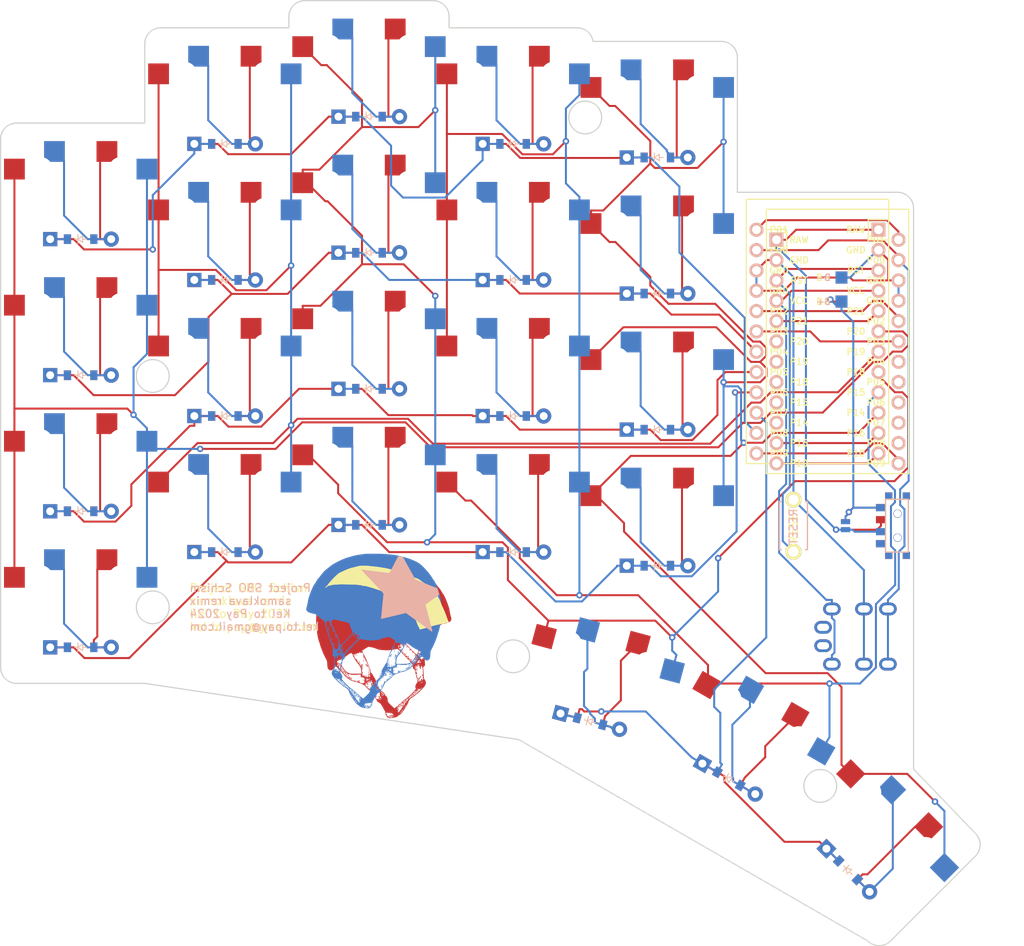
<source format=kicad_pcb>
(kicad_pcb (version 20240108) (generator "pcbnew") (generator_version "8.0")
  (title_block (title "board") (rev "0.3") (company "soundmonster"))
  (layers (0 "F.Cu" signal) (31 "B.Cu" signal) (34 "B.Paste" user) (35 "F.Paste" user) (36 "B.SilkS" user "B.Silkscreen") (37 "F.SilkS" user "F.Silkscreen") (38 "B.Mask" user) (39 "F.Mask" user) (44 "Edge.Cuts" user))
  (net 0 "")
  (net 1 "pinky_bottom")
  (net 2 "col_pinky")
  (net 3 "pinky_home")
  (net 4 "pinky_top")
  (net 5 "pinky_extra")
  (net 6 "ring_bottom")
  (net 7 "col_ring")
  (net 8 "ring_home")
  (net 9 "ring_top")
  (net 10 "ring_extra")
  (net 11 "middle_bottom")
  (net 12 "col_middle")
  (net 13 "middle_home")
  (net 14 "middle_top")
  (net 15 "middle_extra")
  (net 16 "index_bottom")
  (net 17 "col_index")
  (net 18 "index_home")
  (net 19 "index_top")
  (net 20 "index_extra")
  (net 21 "inner_bottom")
  (net 22 "col_inner")
  (net 23 "inner_home")
  (net 24 "inner_top")
  (net 25 "inner_extra")
  (net 26 "near_thumb")
  (net 27 "home_thumb")
  (net 28 "far_thumb")
  (net 29 "row_bottom")
  (net 30 "row_home")
  (net 31 "row_top")
  (net 32 "row_extra")
  (net 33 "row_thumb")
  (net 34 "RAW")
  (net 35 "GND")
  (net 36 "RST")
  (net 37 "VCC")
  (net 38 "P21")
  (net 39 "P16")
  (net 40 "P10")
  (net 41 "P1")
  (net 42 "P0")
  (net 43 "P2")
  (net 44 "P3")
  (net 45 "P9")
  (net 46 "P20")
  (net 47 "P19")
  (net 48 "P18")
  (net 49 "P15")
  (net 50 "P14")
  (net 51 "P4")
  (net 52 "P5")
  (net 53 "P6")
  (net 54 "P7")
  (net 55 "P8")
  (net 56 "Bplus")
  (footprint "E73:SPDT_C128955" (layer "F.Cu") (at 102 -10.2 -90)
    (property "Reference" "T1" (hide yes))
    (property "Value" "" (hide yes))
  )
  (footprint "kbd:ResetSW" (layer "F.Cu") (at 89 -10.2 -90)
    (property "Reference" "B1" (hide yes))
    (property "Value" "")
  )
  (footprint "PG1350" (layer "F.Cu") (at 36 -49.3)
    (property "Reference" "S11" (hide yes))
    (property "Value" "" (hide yes))
  )
  (footprint "ComboDiode" (layer "F.Cu") (at 36 -10.3)
    (property "Reference" "D9" (hide yes))
    (property "Value" "" (hide yes))
  )
  (footprint "PG1350" (layer "F.Cu") (at 72 -10.2)
    (property "Reference" "S17" (hide yes))
    (property "Value" "" (hide yes))
  )
  (footprint "ComboDiode" (layer "F.Cu") (at 36 -27.3)
    (property "Reference" "D10" (hide yes))
    (property "Value" "" (hide yes))
  )
  (footprint "ComboDiode" (layer "F.Cu") (at 36 -61.3)
    (property "Reference" "D12" (hide yes))
    (property "Value" "" (hide yes))
  )
  (footprint "PG1350" (layer "F.Cu") (at 0 -34)
    (property "Reference" "S3" (hide yes))
    (property "Value" "" (hide yes))
  )
  (footprint "ComboDiode" (layer "F.Cu") (at 63.5992 14.2486 -15)
    (property "Reference" "D21" (hide yes))
    (property "Value" "" (hide yes))
  )
  (footprint "Track:pivot_hat_smoll" (layer "F.Cu") (at 37.79 4.2)
    (property "Reference" "G***" (hide yes))
    (property "Value" "LOGO" (hide yes))
  )
  (footprint "ComboDiode" (layer "F.Cu") (at 18 -40.9)
    (property "Reference" "D7" (hide yes))
    (property "Value" "" (hide yes))
  )
  (footprint "Track:jammer_hat_2_smol" (layer "F.Cu") (at 36.662003 2.970251)
    (property "Reference" "G***" (hide yes))
    (property "Value" "LOGO" (hide yes))
  )
  (footprint "PG1350" (layer "F.Cu") (at 36 -15.3)
    (property "Reference" "S9" (hide yes))
    (property "Value" "" (hide yes))
  )
  (footprint "PG1350" (layer "F.Cu") (at 0 0)
    (property "Reference" "S1" (hide yes))
    (property "Value" "" (hide yes))
  )
  (footprint "PG1350" (layer "F.Cu") (at 54 -11.9)
    (property "Reference" "S13" (hide yes))
    (property "Value" "" (hide yes))
  )
  (footprint "PG1350" (layer "F.Cu") (at 36 -32.3)
    (property "Reference" "S10" (hide yes))
    (property "Value" "" (hide yes))
  )
  (footprint "PG1350" (layer "F.Cu") (at 99.3495 29.3123 -45)
    (property "Reference" "S23" (hide yes))
    (property "Value" "" (hide yes))
  )
  (footprint "PG1350" (layer "F.Cu") (at 72 -27.2)
    (property "Reference" "S18" (hide yes))
    (property "Value" "" (hide yes))
  )
  (footprint "PG1350" (layer "F.Cu") (at 0 -51)
    (property "Reference" "S4" (hide yes))
    (property "Value" "" (hide yes))
  )
  (footprint "SMDPad" (layer "F.Cu") (at 95 -41.2)
    (property "Reference" "PAD2" (hide yes))
    (property "Value" "" (hide yes))
  )
  (footprint "ComboDiode" (layer "F.Cu") (at 18 -57.9)
    (property "Reference" "D8" (hide yes))
    (property "Value" "" (hide yes))
  )
  (footprint "PG1350" (layer "F.Cu") (at 36 -66.3)
    (property "Reference" "S12" (hide yes))
    (property "Value" "" (hide yes))
  )
  (footprint "PG1350" (layer "F.Cu") (at 18 -28.9)
    (property "Reference" "S6" (hide yes))
    (property "Value" "" (hide yes))
  )
  (footprint "ComboDiode" (layer "F.Cu") (at 0 5)
    (property "Reference" "D1" (hide yes))
    (property "Value" "" (hide yes))
  )
  (footprint "ComboDiode" (layer "F.Cu") (at 0 -29)
    (property "Reference" "D3" (hide yes))
    (property "Value" "" (hide yes))
  )
  (footprint "SMDPad" (layer "F.Cu") (at 95 -38.2)
    (property "Reference" "PAD1" (hide yes))
    (property "Value" "" (hide yes))
  )
  (footprint "ComboDiode" (layer "F.Cu") (at 0 -46)
    (property "Reference" "D4" (hide yes))
    (property "Value" "" (hide yes))
  )
  (footprint "ComboDiode" (layer "F.Cu") (at 54 -57.9)
    (property "Reference" "D16" (hide yes))
    (property "Value" "" (hide yes))
  )
  (footprint "PG1350" (layer "F.Cu") (at 18 -11.9)
    (property "Reference" "S5" (hide yes))
    (property "Value" "" (hide yes))
  )
  (footprint "TRRS-PJ-320A-dual" (layer "F.Cu") (at 104 4.8 -90)
    (property "Reference" "TRRS1")
    (property "Value" "TRRS-PJ-320A-dual")
  )
  (footprint "PG1350" (layer "F.Cu") (at 64.8933 9.419 -15)
    (property "Reference" "S21" (hide yes))
    (property "Value" "" (hide yes))
  )
  (footprint "PG1350" (layer "F.Cu") (at 18 -45.9)
    (property "Reference" "S7" (hide yes))
    (property "Value" "" (hide yes))
  )
  (footprint "PG1350" (layer "F.Cu") (at 54 -28.9)
    (property "Reference" "S14" (hide yes))
    (property "Value" "" (hide yes))
  )
  (footprint "ComboDiode" (layer "F.Cu") (at 95.814 32.8478 -45)
    (property "Reference" "D23" (hide yes))
    (property "Value" "" (hide yes))
  )
  (footprint "ComboDiode" (layer "F.Cu") (at 80.9309 21.4277 -30)
    (property "Reference" "D22" (hide yes))
    (property "Value" "" (hide yes))
  )
  (footprint "ComboDiode" (layer "F.Cu") (at 72 -56.2)
    (property "Reference" "D20" (hide yes))
    (property "Value" "" (hide yes))
  )
  (footprint "PG1350" (layer "F.Cu") (at 54 -62.9)
    (property "Reference" "S16" (hide yes))
    (property "Value" "" (hide yes))
  )
  (footprint "ComboDiode" (layer "F.Cu") (at 18 -23.9)
    (property "Reference" "D6" (hide yes))
    (property "Value" "" (hide yes))
  )
  (footprint "E73:SPDT_C128955" (layer "F.Cu") (at 102 -10.2 -90)
    (property "Reference" "T2" (hide yes))
    (property "Value" "" (hide yes))
  )
  (footprint "PG1350" (layer "F.Cu") (at 0 -17)
    (property "Reference" "S2" (hide yes))
    (property "Value" "" (hide yes))
  )
  (footprint "ComboDiode" (layer "F.Cu") (at 54 -23.9)
    (property "Reference" "D14" (hide yes))
    (property "Value" "" (hide yes))
  )
  (footprint "ComboDiode" (layer "F.Cu") (at 54 -6.9)
    (property "Reference" "D13" (hide yes))
    (property "Value" "" (hide yes))
  )
  (footprint "ComboDiode" (layer "F.Cu") (at 72 -5.2)
    (property "Reference" "D17" (hide yes))
    (property "Value" "" (hide yes))
  )
  (footprint "lib:Jumper" (layer "F.Cu") (at 95.5 -10.2 -90)
    (property "Reference" "J2" (hide yes))
    (property "Value" "Jumper")
  )
  (footprint "ComboDiode" (layer "F.Cu") (at 0 -12)
    (property "Reference" "D2" (hide yes))
    (property "Value" "" (hide yes))
  )
  (footprint "lib:Jumper" (layer "F.Cu") (at 95.5 -10.2 -90)
    (property "Reference" "J1" (hide yes))
    (property "Value" "Jumper")
  )
  (footprint "ComboDiode" (layer "F.Cu") (at 72 -39.2)
    (property "Reference" "D19" (hide yes))
    (property "Value" "" (hide yes))
  )
  (footprint "PG1350" (layer "F.Cu") (at 72 -61.2)
    (property "Reference" "S20" (hide yes))
    (property "Value" "" (hide yes))
  )
  (footprint "PG1350" (layer "F.Cu") (at 18 -62.9)
    (property "Reference" "S8" (hide yes))
    (property "Value" "" (hide yes))
  )
  (footprint "ComboDiode" (layer "F.Cu") (at 36 -44.3)
    (property "Reference" "D11" (hide yes))
    (property "Value" "" (hide yes))
  )
  (footprint "ProMicro" (layer "F.Cu") (at 94.5 -31.95 -90)
    (property "Reference" "MCU2" (hide yes))
    (property "Value" "" (hide yes))
  )
  (footprint "PG1350" (layer "F.Cu") (at 83.4309 17.0975 -30)
    (property "Reference" "S22" (hide yes))
    (property "Value" "" (hide yes))
  )
  (footprint "ComboDiode" (layer "F.Cu") (at 72 -22.2)
    (property "Reference" "D18" (hide yes))
    (property "Value" "" (hide yes))
  )
  (footprint "PG1350" (layer "F.Cu") (at 54 -45.9)
    (property "Reference" "S15" (hide yes))
    (property "Value" "" (hide yes))
  )
  (footprint "PG1350" (layer "F.Cu") (at 72 -44.2)
    (property "Reference" "S19" (hide yes))
    (property "Value" "" (hide yes))
  )
  (footprint "ProMicro" (layer "F.Cu") (at 92 -33.2 -90)
    (property "Reference" "MCU1" (hide yes))
    (property "Value" "" (hide yes))
  )
  (footprint "ComboDiode" (layer "F.Cu") (at 54 -40.9)
    (property "Reference" "D15" (hide yes))
    (property "Value" "" (hide yes))
  )
  (footprint "ComboDiode" (layer "F.Cu") (at 18 -6.9)
    (property "Reference" "D5" (hide yes))
    (property "Value" "" (hide yes))
  )
  (gr_arc (start 26 -73.8) (mid 26.585786 -75.214214) (end 28 -75.8) (stroke (width 0.15)) (layer "Edge.Cuts"))
  (gr_arc (start 62 -72.4) (mid 63.30389 -71.916533) (end 63.977391 -70.699872) (stroke (width 0.15)) (layer "Edge.Cuts"))
  (gr_arc (start 80 -70.7) (mid 81.414214 -70.114214) (end 82 -68.7) (stroke (width 0.15)) (layer "Edge.Cuts"))
  (gr_line (start 26 -73.8) (end 26 -72.4) (stroke (width 0.15)) (layer "Edge.Cuts"))
  (gr_circle (center 54 6.12) (end 56.05 6.12) (stroke (width 0.15)) (fill none) (layer "Edge.Cuts"))
  (gr_line (start 8 -70.4) (end 8 -60.5) (stroke (width 0.15)) (layer "Edge.Cuts"))
  (gr_line (start 98.288831 41.686665) (end 54.707107 16.524745) (stroke (width 0.15)) (layer "Edge.Cuts"))
  (gr_arc (start 101.117258 41.686664) (mid 99.703045 42.272451) (end 98.288831 41.686665) (stroke (width 0.15)) (layer "Edge.Cuts"))
  (gr_circle (center 9 0) (end 11.05 0) (stroke (width 0.15)) (fill none) (layer "Edge.Cuts"))
  (gr_line (start -8 9.5) (end 8 9.5) (stroke (width 0.15)) (layer "Edge.Cuts"))
  (gr_arc (start 102 -51.85) (mid 103.414214 -51.264214) (end 104 -49.85) (stroke (width 0.15)) (layer "Edge.Cuts"))
  (gr_arc (start 8 -70.4) (mid 8.585786 -71.814214) (end 10 -72.4) (stroke (width 0.15)) (layer "Edge.Cuts"))
  (gr_circle (center 63 -61.2) (end 65.05 -61.2) (stroke (width 0.15)) (fill none) (layer "Edge.Cuts"))
  (gr_line (start 101.117258 41.686665) (end 111.72386 31.080063) (stroke (width 0.15)) (layer "Edge.Cuts"))
  (gr_line (start 26 -72.4) (end 10 -72.4) (stroke (width 0.15)) (layer "Edge.Cuts"))
  (gr_circle (center 92.349134 22.311939) (end 94.399134 22.311939) (stroke (width 0.15)) (fill none) (layer "Edge.Cuts"))
  (gr_arc (start -10 -58.5) (mid -9.414214 -59.914214) (end -8 -60.5) (stroke (width 0.15)) (layer "Edge.Cuts"))
  (gr_arc (start 111.723859 28.251637) (mid 112.309645 29.66585) (end 111.723859 31.080063) (stroke (width 0.15)) (layer "Edge.Cuts"))
  (gr_arc (start -8 9.5) (mid -9.414214 8.914214) (end -10 7.5) (stroke (width 0.15)) (layer "Edge.Cuts"))
  (gr_line (start 82 -51.85) (end 82 -68.7) (stroke (width 0.15)) (layer "Edge.Cuts"))
  (gr_line (start 8 -60.5) (end -8 -60.5) (stroke (width 0.15)) (layer "Edge.Cuts"))
  (gr_line (start 80 -70.7) (end 64 -70.7) (stroke (width 0.15)) (layer "Edge.Cuts"))
  (gr_line (start 44 -75.8) (end 28 -75.8) (stroke (width 0.15)) (layer "Edge.Cuts"))
  (gr_line (start 54.707107 16.524745) (end 8 9.5) (stroke (width 0.15)) (layer "Edge.Cuts"))
  (gr_line (start 104 20.208734) (end 104 -49.85) (stroke (width 0.15)) (layer "Edge.Cuts"))
  (gr_line (start 62 -72.4) (end 46 -72.4) (stroke (width 0.15)) (layer "Edge.Cuts"))
  (gr_arc (start 63.977391 -70.699872) (mid 63.988695 -70.699968) (end 64 -70.7) (stroke (width 0.15)) (layer "Edge.Cuts"))
  (gr_circle (center 9 -28.9) (end 11.05 -28.9) (stroke (width 0.15)) (fill none) (layer "Edge.Cuts"))
  (gr_arc (start 44 -75.8) (mid 45.414214 -75.214214) (end 46 -73.8) (stroke (width 0.15)) (layer "Edge.Cuts"))
  (gr_line (start -10 7.5) (end -10 -58.5) (stroke (width 0.15)) (layer "Edge.Cuts"))
  (gr_line (start 46 -72.4) (end 46 -73.8) (stroke (width 0.15)) (layer "Edge.Cuts"))
  (gr_line (start 104 20.208734) (end 111.72386 28.251636) (stroke (width 0.15)) (layer "Edge.Cuts"))
  (gr_line (start 102 -51.85) (end 82 -51.85) (stroke (width 0.15)) (layer "Edge.Cuts"))
  (gr_text "Project SBO Schism\nsamoklava remix\nKel to Pay 2024\nkel.to.pay@gmail.com\n" (at 13.5 0 0) (layer "B.SilkS") (effects (font (size 1 1)) (justify right mirror)))
  (gr_text "Project SBO Schism\nsamoklava remix\nKel to Pay 2024\nkel.to.pay@gmail.com\n" (at 13.5 0 0) (layer "F.SilkS") (effects (font (size 1 1)) (justify left)))
  (segment (start 2.0749 -4.7499) (end 2.0749 3.6498) (width 0.25) (layer "F.Cu") (net 1))
  (segment (start 3.81 5) (end 1.65 5) (width 0.25) (layer "F.Cu") (net 1))
  (segment (start 3.275 -5.95) (end 2.0749 -4.7499) (width 0.25) (layer "F.Cu") (net 1))
  (segment (start 1.65 5) (end 1.65 4.0747) (width 0.25) (layer "F.Cu") (net 1))
  (segment (start 2.0749 3.6498) (end 1.65 4.0747) (width 0.25) (layer "F.Cu") (net 1))
  (segment (start -2.0783 2.047) (end -2.0783 -4.7533) (width 0.25) (layer "B.Cu") (net 1))
  (segment (start 1.65 5) (end 0.8747 5) (width 0.25) (layer "B.Cu") (net 1))
  (segment (start 3.81 5) (end 1.65 5) (width 0.25) (layer "B.Cu") (net 1))
  (segment (start -2.0783 -4.7533) (end -3.275 -5.95) (width 0.25) (layer "B.Cu") (net 1))
  (segment (start 0.8747 5) (end -2.0783 2.047) (width 0.25) (layer "B.Cu") (net 1))
  (segment (start 99.62 -34.47) (end 102.6607 -34.47) (width 0.25) (layer "F.Cu") (net 2))
  (segment (start 92.6569 -24.33) (end 86.1628 -24.33) (width 0.25) (layer "F.Cu") (net 2))
  (segment (start -8.275 -20.75) (end -8.275 -3.75) (width 0.25) (layer "F.Cu") (net 2))
  (segment (start 40.5625 -23.1085) (end 27.6564 -23.1085) (width 0.25) (layer "F.Cu") (net 2))
  (segment (start -8.275 -24.8273) (end -8.275 -20.75) (width 0.25) (layer "F.Cu") (net 2))
  (segment (start 98.9869 -30.66) (end 92.6569 -24.33) (width 0.25) (layer "F.Cu") (net 2))
  (segment (start 82.6719 -23.04) (end 79.6268 -19.9949) (width 0.25) (layer "F.Cu") (net 2))
  (segment (start 43.6761 -19.9949) (end 40.5625 -23.1085) (width 0.25) (layer "F.Cu") (net 2))
  (segment (start 102.6607 -34.47) (end 103.3483 -33.7824) (width 0.25) (layer "F.Cu") (net 2))
  (segment (start -8.275 -24.8273) (end 5.823 -24.8273) (width 0.25) (layer "F.Cu") (net 2))
  (segment (start 79.6268 -19.9949) (end 43.6761 -19.9949) (width 0.25) (layer "F.Cu") (net 2))
  (segment (start 101.4028 -31.95) (end 100.1128 -30.66) (width 0.25) (layer "F.Cu") (net 2))
  (segment (start 102.5539 -31.95) (end 101.4028 -31.95) (width 0.25) (layer "F.Cu") (net 2))
  (segment (start 103.3483 -33.7824) (end 103.3483 -32.7444) (width 0.25) (layer "F.Cu") (net 2))
  (segment (start 5.823 -24.8273) (end 6.6001 -24.0502) (width 0.25) (layer "F.Cu") (net 2))
  (segment (start 24.3416 -19.7937) (end 14.9148 -19.7937) (width 0.25) (layer "F.Cu") (net 2))
  (segment (start 86.1628 -24.33) (end 84.8728 -23.04) (width 0.25) (layer "F.Cu") (net 2))
  (segment (start 27.6564 -23.1085) (end 24.3416 -19.7937) (width 0.25) (layer "F.Cu") (net 2))
  (segment (start 100.1128 -30.66) (end 98.9869 -30.66) (width 0.25) (layer "F.Cu") (net 2))
  (segment (start -8.275 -54.75) (end -8.275 -37.75) (width 0.25) (layer "F.Cu") (net 2))
  (segment (start 84.8728 -23.04) (end 82.6719 -23.04) (width 0.25) (layer "F.Cu") (net 2))
  (segment (start -8.275 -37.75) (end -8.275 -24.8273) (width 0.25) (layer "F.Cu") (net 2))
  (segment (start 103.3483 -32.7444) (end 102.5539 -31.95) (width 0.25) (layer "F.Cu") (net 2))
  (via (at 14.9148 -19.7937) (size 0.8) (drill 0.4) (layers "F.Cu" "B.Cu") (net 2))
  (via (at 6.6001 -24.0502) (size 0.8) (drill 0.4) (layers "F.Cu" "B.Cu") (net 2))
  (segment (start 8.275 -37.75) (end 8.275 -39.3753) (width 0.25) (layer "B.Cu") (net 2))
  (segment (start 8.275 -54.75) (end 8.275 -53.1247) (width 0.25) (layer "B.Cu") (net 2))
  (segment (start 6.6001 -29.9828) (end 6.6001 -24.0502) (width 0.25) (layer "B.Cu") (net 2))
  (segment (start 8.275 -21.256) (end 8.275 -22.3753) (width 0.25) (layer "B.Cu") (net 2))
  (segment (start 8.275 -53.1247) (end 8.2747 -53.1244) (width 0.25) (layer "B.Cu") (net 2))
  (segment (start 8.2747 -39.3756) (end 8.275 -39.3753) (width 0.25) (layer "B.Cu") (net 2))
  (segment (start 8.275 -19.7937) (end 14.9148 -19.7937) (width 0.25) (layer "B.Cu") (net 2))
  (segment (start 8.275 -37.75) (end 8.275 -31.6577) (width 0.25) (layer "B.Cu") (net 2))
  (segment (start 6.6001 -24.0502) (end 8.275 -22.3753) (width 0.25) (layer "B.Cu") (net 2))
  (segment (start 8.275 -21.256) (end 8.275 -20.75) (width 0.25) (layer "B.Cu") (net 2))
  (segment (start 8.275 -20.75) (end 8.275 -19.7937) (width 0.25) (layer "B.Cu") (net 2))
  (segment (start 8.2747 -53.1244) (end 8.2747 -39.3756) (width 0.25) (layer "B.Cu") (net 2))
  (segment (start 8.275 -31.6577) (end 6.6001 -29.9828) (width 0.25) (layer "B.Cu") (net 2))
  (segment (start 8.275 -19.7937) (end 8.275 -3.75) (width 0.25) (layer "B.Cu") (net 2))
  (segment (start 3.275 -22.95) (end 2.4253 -22.1003) (width 0.25) (layer "F.Cu") (net 3))
  (segment (start 3.81 -12) (end 2.4253 -12) (width 0.25) (layer "F.Cu") (net 3))
  (segment (start 1.65 -12) (end 2.4253 -12) (width 0.25) (layer "F.Cu") (net 3))
  (segment (start 2.4253 -22.1003) (end 2.4253 -12) (width 0.25) (layer "F.Cu") (net 3))
  (segment (start 0.8747 -12) (end -2.0783 -14.953) (width 0.25) (layer "B.Cu") (net 3))
  (segment (start -2.0783 -21.7533) (end -3.275 -22.95) (width 0.25) (layer "B.Cu") (net 3))
  (segment (start 1.65 -12) (end 0.8747 -12) (width 0.25) (layer "B.Cu") (net 3))
  (segment (start 3.81 -12) (end 1.65 -12) (width 0.25) (layer "B.Cu") (net 3))
  (segment (start -2.0783 -14.953) (end -2.0783 -21.7533) (width 0.25) (layer "B.Cu") (net 3))
  (segment (start 3.81 -29) (end 2.4253 -29) (width 0.25) (layer "F.Cu") (net 4))
  (segment (start 3.275 -39.95) (end 2.4253 -39.1003) (width 0.25) (layer "F.Cu") (net 4))
  (segment (start 1.65 -29) (end 2.4253 -29) (width 0.25) (layer "F.Cu") (net 4))
  (segment (start 2.4253 -39.1003) (end 2.4253 -29) (width 0.25) (layer "F.Cu") (net 4))
  (segment (start 1.65 -29) (end 0.8747 -29) (width 0.25) (layer "B.Cu") (net 4))
  (segment (start 3.81 -29) (end 1.65 -29) (width 0.25) (layer "B.Cu") (net 4))
  (segment (start 0.8747 -29) (end -2.0783 -31.953) (width 0.25) (layer "B.Cu") (net 4))
  (segment (start -2.0783 -38.7533) (end -3.275 -39.95) (width 0.25) (layer "B.Cu") (net 4))
  (segment (start -2.0783 -31.953) (end -2.0783 -38.7533) (width 0.25) (layer "B.Cu") (net 4))
  (segment (start 2.4253 -56.1003) (end 2.4253 -46) (width 0.25) (layer "F.Cu") (net 5))
  (segment (start 3.81 -46) (end 2.4253 -46) (width 0.25) (layer "F.Cu") (net 5))
  (segment (start 3.275 -56.95) (end 2.4253 -56.1003) (width 0.25) (layer "F.Cu") (net 5))
  (segment (start 1.65 -46) (end 2.4253 -46) (width 0.25) (layer "F.Cu") (net 5))
  (segment (start 1.65 -46) (end 0.8747 -46) (width 0.25) (layer "B.Cu") (net 5))
  (segment (start 3.81 -46) (end 1.65 -46) (width 0.25) (layer "B.Cu") (net 5))
  (segment (start -2.0783 -55.7533) (end -3.275 -56.95) (width 0.25) (layer "B.Cu") (net 5))
  (segment (start 0.8747 -46) (end -2.0783 -48.953) (width 0.25) (layer "B.Cu") (net 5))
  (segment (start -2.0783 -48.953) (end -2.0783 -55.7533) (width 0.25) (layer "B.Cu") (net 5))
  (segment (start 21.275 -17.85) (end 21.1211 -17.6961) (width 0.25) (layer "F.Cu") (net 6))
  (segment (start 21.81 -6.9) (end 19.65 -6.9) (width 0.25) (layer "F.Cu") (net 6))
  (segment (start 21.1211 -17.6961) (end 21.1211 -7.5889) (width 0.25) (layer "F.Cu") (net 6))
  (segment (start 21.1211 -7.5889) (end 21.81 -6.9) (width 0.25) (layer "F.Cu") (net 6))
  (segment (start 19.65 -6.9) (end 18.8747 -6.9) (width 0.25) (layer "B.Cu") (net 6))
  (segment (start 21.81 -6.9) (end 19.65 -6.9) (width 0.25) (layer "B.Cu") (net 6))
  (segment (start 18.8747 -6.9) (end 15.9217 -9.853) (width 0.25) (layer "B.Cu") (net 6))
  (segment (start 15.9217 -16.6533) (end 14.725 -17.85) (width 0.25) (layer "B.Cu") (net 6))
  (segment (start 15.9217 -9.853) (end 15.9217 -16.6533) (width 0.25) (layer "B.Cu") (net 6))
  (segment (start 9.725 -66.65) (end 9.725 -49.65) (width 0.25) (layer "F.Cu") (net 7))
  (segment (start 16.8889 -42.151) (end 19.4284 -39.6115) (width 0.25) (layer "F.Cu") (net 7))
  (segment (start 27.0808 -23.5588) (end 26.275 -22.753) (width 0.25) (layer "F.Cu") (net 7))
  (segment (start 78.613 -20.4461) (end 43.9746 -20.4461) (width 0.25) (layer "F.Cu") (net 7))
  (segment (start 9.7253 -42.151) (end 9.7253 -48.0244) (width 0.25) (layer "F.Cu") (net 7))
  (segment (start 19.4284 -39.6115) (end 23.1826 -39.6115) (width 0.25) (layer "F.Cu") (net 7))
  (segment (start 86.1628 -26.87) (end 84.8728 -25.58) (width 0.25) (layer "F.Cu") (net 7))
  (segment (start 9.725 -34.2753) (end 9.7253 -34.2756) (width 0.25) (layer "F.Cu") (net 7))
  (segment (start 84.8728 -25.58) (end 83.7469 -25.58) (width 0.25) (layer "F.Cu") (net 7))
  (segment (start 83.7469 -25.58) (end 78.613 -20.4461) (width 0.25) (layer "F.Cu") (net 7))
  (segment (start 9.7253 -34.2756) (end 9.7253 -42.151) (width 0.25) (layer "F.Cu") (net 7))
  (segment (start 9.7253 -48.0244) (end 9.725 -48.0247) (width 0.25) (layer "F.Cu") (net 7))
  (segment (start 14.594 -20.519) (end 9.725 -15.65) (width 0.25) (layer "F.Cu") (net 7))
  (segment (start 43.9746 -20.4461) (end 40.8619 -23.5588) (width 0.25) (layer "F.Cu") (net 7))
  (segment (start 9.725 -32.65) (end 9.725 -34.2753) (width 0.25) (layer "F.Cu") (net 7))
  (segment (start 9.7253 -42.151) (end 16.8889 -42.151) (width 0.25) (layer "F.Cu") (net 7))
  (segment (start 26.275 -22.753) (end 24.041 -20.519) (width 0.25) (layer "F.Cu") (net 7))
  (segment (start 24.041 -20.519) (end 14.594 -20.519) (width 0.25) (layer "F.Cu") (net 7))
  (segment (start 40.8619 -23.5588) (end 27.0808 -23.5588) (width 0.25) (layer "F.Cu") (net 7))
  (segment (start 94.56 -26.87) (end 86.1628 -26.87) (width 0.25) (layer "F.Cu") (net 7))
  (segment (start 99.62 -31.93) (end 94.56 -26.87) (width 0.25) (layer "F.Cu") (net 7))
  (segment (start 23.1826 -39.6115) (end 26.275 -42.7039) (width 0.25) (layer "F.Cu") (net 7))
  (segment (start 9.725 -49.65) (end 9.725 -48.0247) (width 0.25) (layer "F.Cu") (net 7))
  (via (at 26.275 -22.753) (size 0.8) (drill 0.4) (layers "F.Cu" "B.Cu") (net 7))
  (via (at 26.275 -42.7039) (size 0.8) (drill 0.4) (layers "F.Cu" "B.Cu") (net 7))
  (segment (start 26.275 -42.7039) (end 26.275 -32.65) (width 0.25) (layer "B.Cu") (net 7))
  (segment (start 26.275 -66.65) (end 26.275 -49.65) (width 0.25) (layer "B.Cu") (net 7))
  (segment (start 26.275 -22.753) (end 26.275 -15.65) (width 0.25) (layer "B.Cu") (net 7))
  (segment (start 26.275 -49.65) (end 26.275 -42.7039) (width 0.25) (layer "B.Cu") (net 7))
  (segment (start 26.275 -32.65) (end 26.275 -22.753) (width 0.25) (layer "B.Cu") (net 7))
  (segment (start 21.81 -23.9) (end 19.65 -23.9) (width 0.25) (layer "F.Cu") (net 8))
  (segment (start 21.275 -34.85) (end 21.1211 -34.6961) (width 0.25) (layer "F.Cu") (net 8))
  (segment (start 21.1211 -34.6961) (end 21.1211 -24.5889) (width 0.25) (layer "F.Cu") (net 8))
  (segment (start 21.1211 -24.5889) (end 21.81 -23.9) (width 0.25) (layer "F.Cu") (net 8))
  (segment (start 15.9217 -26.853) (end 15.9217 -33.6533) (width 0.25) (layer "B.Cu") (net 8))
  (segment (start 21.81 -23.9) (end 19.65 -23.9) (width 0.25) (layer "B.Cu") (net 8))
  (segment (start 15.9217 -33.6533) (end 14.725 -34.85) (width 0.25) (layer "B.Cu") (net 8))
  (segment (start 18.8747 -23.9) (end 15.9217 -26.853) (width 0.25) (layer "B.Cu") (net 8))
  (segment (start 19.65 -23.9) (end 18.8747 -23.9) (width 0.25) (layer "B.Cu") (net 8))
  (segment (start 21.1211 -51.6961) (end 21.1211 -41.5889) (width 0.25) (layer "F.Cu") (net 9))
  (segment (start 21.275 -51.85) (end 21.1211 -51.6961) (width 0.25) (layer "F.Cu") (net 9))
  (segment (start 21.1211 -41.5889) (end 21.81 -40.9) (width 0.25) (layer "F.Cu") (net 9))
  (segment (start 21.81 -40.9) (end 19.65 -40.9) (width 0.25) (layer "F.Cu") (net 9))
  (segment (start 15.9217 -43.853) (end 15.9217 -50.6533) (width 0.25) (layer "B.Cu") (net 9))
  (segment (start 19.65 -40.9) (end 18.8747 -40.9) (width 0.25) (layer "B.Cu") (net 9))
  (segment (start 15.9217 -50.6533) (end 14.725 -51.85) (width 0.25) (layer "B.Cu") (net 9))
  (segment (start 21.81 -40.9) (end 19.65 -40.9) (width 0.25) (layer "B.Cu") (net 9))
  (segment (start 18.8747 -40.9) (end 15.9217 -43.853) (width 0.25) (layer "B.Cu") (net 9))
  (segment (start 21.81 -57.9) (end 19.65 -57.9) (width 0.25) (layer "F.Cu") (net 10))
  (segment (start 21.275 -68.85) (end 21.1211 -68.6961) (width 0.25) (layer "F.Cu") (net 10))
  (segment (start 21.1211 -68.6961) (end 21.1211 -58.5889) (width 0.25) (layer "F.Cu") (net 10))
  (segment (start 21.1211 -58.5889) (end 21.81 -57.9) (width 0.25) (layer "F.Cu") (net 10))
  (segment (start 15.9217 -67.6533) (end 14.725 -68.85) (width 0.25) (layer "B.Cu") (net 10))
  (segment (start 18.8747 -57.9) (end 15.9217 -60.853) (width 0.25) (layer "B.Cu") (net 10))
  (segment (start 21.81 -57.9) (end 19.65 -57.9) (width 0.25) (layer "B.Cu") (net 10))
  (segment (start 15.9217 -60.853) (end 15.9217 -67.6533) (width 0.25) (layer "B.Cu") (net 10))
  (segment (start 19.65 -57.9) (end 18.8747 -57.9) (width 0.25) (layer "B.Cu") (net 10))
  (segment (start 38.4253 -20.4003) (end 38.4253 -10.3) (width 0.25) (layer "F.Cu") (net 11))
  (segment (start 39.275 -21.25) (end 38.4253 -20.4003) (width 0.25) (layer "F.Cu") (net 11))
  (segment (start 37.65 -10.3) (end 38.4253 -10.3) (width 0.25) (layer "F.Cu") (net 11))
  (segment (start 39.81 -10.3) (end 38.4253 -10.3) (width 0.25) (layer "F.Cu") (net 11))
  (segment (start 36.8747 -10.3) (end 33.9217 -13.253) (width 0.25) (layer "B.Cu") (net 11))
  (segment (start 33.9217 -13.253) (end 33.9217 -20.0533) (width 0.25) (layer "B.Cu") (net 11))
  (segment (start 33.9217 -20.0533) (end 32.725 -21.25) (width 0.25) (layer "B.Cu") (net 11))
  (segment (start 39.81 -10.3) (end 37.65 -10.3) (width 0.25) (layer "B.Cu") (net 11))
  (segment (start 37.65 -10.3) (end 36.8747 -10.3) (width 0.25) (layer "B.Cu") (net 11))
  (segment (start 40.3264 -42.8586) (end 44.275 -38.91) (width 0.25) (layer "F.Cu") (net 12))
  (segment (start 35.1254 -46.4318) (end 35.1254 -42.8586) (width 0.25) (layer "F.Cu") (net 12))
  (segment (start 32.1497 -14.247) (end 32.1497 -15.3188) (width 0.25) (layer "F.Cu") (net 12))
  (segment (start 53.3424 -3.3974) (end 53.3424 -7.4578) (width 0.25) (layer "F.Cu") (net 12))
  (segment (start 30.8183 -50.7389) (end 35.1254 -46.4318) (width 0.25) (layer "F.Cu") (net 12))
  (segment (start 35.1254 -42.8586) (end 40.3264 -42.8586) (width 0.25) (layer "F.Cu") (net 12))
  (segment (start 58.4042 1.6644) (end 71.755 1.6644) (width 0.25) (layer "F.Cu") (net 12))
  (segment (start 52.6735 -8.1267) (end 43.252 -8.1267) (width 0.25) (layer "F.Cu") (net 12))
  (segment (start 53.3424 -7.4578) (end 52.6735 -8.1267) (width 0.25) (layer "F.Cu") (net 12))
  (segment (start 103.3316 -26.1381) (end 103.3316 -17.4788) (width 0.25) (layer "F.Cu") (net 12))
  (segment (start 28.4185 -19.05) (end 27.725 -19.05) (width 0.25) (layer "F.Cu") (net 12))
  (segment (start 58.4042 1.6644) (end 53.3424 -3.3974) (width 0.25) (layer "F.Cu") (net 12))
  (segment (start 101.616 -15.7632) (end 89.2163 -15.7632) (width 0.25) (layer "F.Cu") (net 12))
  (segment (start 71.755 1.6644) (end 73.8569 3.7663) (width 0.25) (layer "F.Cu") (net 12))
  (segment (start 30.0361 -67.7389) (end 30.7407 -67.7389) (width 0.25) (layer "F.Cu") (net 12))
  (segment (start 27.725 -37.6753) (end 29.9421 -37.6753) (width 0.25) (layer "F.Cu") (net 12))
  (segment (start 57.8708 3.6551) (end 58.4042 1.6644) (width 0.25) (layer "F.Cu") (net 12))
  (segment (start 35.1254 -59.9989) (end 42.1701 -59.9989) (width 0.25) (layer "F.Cu") (net 12))
  (segment (start 38.27 -8.1267) (end 32.1497 -14.247) (width 0.25) (layer "F.Cu") (net 12))
  (segment (start 30.7407 -67.7389) (end 35.1254 -63.3542) (width 0.25) (layer "F.Cu") (net 12))
  (segment (start 27.725 -70.05) (end 30.0361 -67.7389) (width 0.25) (layer "F.Cu") (net 12))
  (segment (start 99.62 -28.9212) (end 101.6712 -26.87) (width 0.25) (layer "F.Cu") (net 12))
  (segment (start 102.5997 -26.87) (end 103.3316 -26.1381) (width 0.25) (layer "F.Cu") (net 12))
  (segment (start 42.1701 -59.9989) (end 44.275 -62.1038) (width 0.25) (layer "F.Cu") (net 12))
  (segment (start 27.725 -53.5561) (end 27.725 -54.6753) (width 0.25) (layer "F.Cu") (net 12))
  (segment (start 27.725 -36.05) (end 27.725 -37.6753) (width 0.25) (layer "F.Cu") (net 12))
  (segment (start 101.6712 -26.87) (end 102.5997 -26.87) (width 0.25) (layer "F.Cu") (net 12))
  (segment (start 43.252 -8.1267) (end 38.27 -8.1267) (width 0.25) (layer "F.Cu") (net 12))
  (segment (start 32.1497 -15.3188) (end 28.4185 -19.05) (width 0.25) (layer "F.Cu") (net 12))
  (segment (start 89.2163 -15.7632) (end 79.5933 -6.1402) (width 0.25) (layer "F.Cu") (net 12))
  (segment (start 99.62 -29.39) (end 99.62 -28.9212) (width 0.25) (layer "F.Cu") (net 12))
  (segment (start 35.1254 -63.3542) (end 35.1254 -59.9989) (width 0.25) (layer "F.Cu") (net 12))
  (segment (start 35.1254 -59.9989) (end 29.8018 -54.6753) (width 0.25) (layer "F.Cu") (net 12))
  (segment (start 30.5422 -50.7389) (end 30.8183 -50.7389) (width 0.25) (layer "F.Cu") (net 12))
  (segment (start 29.9421 -37.6753) (end 35.1254 -42.8586) (width 0.25) (layer "F.Cu") (net 12))
  (segment (start 103.3316 -17.4788) (end 101.616 -15.7632) (width 0.25) (layer "F.Cu") (net 12))
  (segment (start 27.725 -53.5561) (end 30.5422 -50.7389) (width 0.25) (layer "F.Cu") (net 12))
  (segment (start 29.8018 -54.6753) (end 27.725 -54.6753) (width 0.25) (layer "F.Cu") (net 12))
  (segment (start 27.725 -53.05) (end 27.725 -53.5561) (width 0.25) (layer "F.Cu") (net 12))
  (via (at 44.275 -38.91) (size 0.8) (drill 0.4) (layers "F.Cu" "B.Cu") (net 12))
  (via (at 79.5933 -6.1402) (size 0.8) (drill 0.4) (layers "F.Cu" "B.Cu") (net 12))
  (via (at 44.275 -62.1038) (size 0.8) (drill 0.4) (layers "F.Cu" "B.Cu") (net 12))
  (via (at 73.8569 3.7663) (size 0.8) (drill 0.4) (layers "F.Cu" "B.Cu") (net 12))
  (via (at 43.252 -8.1267) (size 0.8) (drill 0.4) (layers "F.Cu" "B.Cu") (net 12))
  (segment (start 73.8569 7.9385) (end 74.3903 5.9478) (width 0.25) (layer "B.Cu") (net 12))
  (segment (start 79.5933 -6.1402) (end 79.5933 -1.9701) (width 0.25) (layer "B.Cu") (net 12))
  (segment (start 44.275 -36.05) (end 44.275 -38.91) (width 0.25) (layer "B.Cu") (net 12))
  (segment (start 74.3902 5.9478) (end 73.8569 5.4145) (width 0.25) (layer "B.Cu") (net 12))
  (segment (start 73.8569 5.4145) (end 73.8569 3.7663) (width 0.25) (layer "B.Cu") (net 12))
  (segment (start 74.3903 5.9478) (end 74.3902 5.9478) (width 0.25) (layer "B.Cu") (net 12))
  (segment (start 44.275 -70.05) (end 44.275 -62.1038) (width 0.25) (layer "B.Cu") (net 12))
  (segment (start 44.275 -62.1038) (end 44.275 -53.05) (width 0.25) (layer "B.Cu") (net 12))
  (segment (start 79.5933 -1.9701) (end 73.8569 3.7663) (width 0.25) (layer "B.Cu") (net 12))
  (segment (start 44.275 -36.05) (end 44.275 -19.05) (width 0.25) (layer "B.Cu") (net 12))
  (segment (start 44.275 -19.05) (end 44.275 -9.1497) (width 0.25) (layer "B.Cu") (net 12))
  (segment (start 44.275 -9.1497) (end 43.252 -8.1267) (width 0.25) (layer "B.Cu") (net 12))
  (segment (start 37.65 -27.3) (end 38.4253 -27.3) (width 0.25) (layer "F.Cu") (net 13))
  (segment (start 38.4253 -37.4003) (end 38.4253 -27.3) (width 0.25) (layer "F.Cu") (net 13))
  (segment (start 39.81 -27.3) (end 38.4253 -27.3) (width 0.25) (layer "F.Cu") (net 13))
  (segment (start 39.275 -38.25) (end 38.4253 -37.4003) (width 0.25) (layer "F.Cu") (net 13))
  (segment (start 36.8747 -27.3) (end 33.9217 -30.253) (width 0.25) (layer "B.Cu") (net 13))
  (segment (start 37.65 -27.3) (end 36.8747 -27.3) (width 0.25) (layer "B.Cu") (net 13))
  (segment (start 39.81 -27.3) (end 37.65 -27.3) (width 0.25) (layer "B.Cu") (net 13))
  (segment (start 33.9217 -30.253) (end 33.9217 -37.0533) (width 0.25) (layer "B.Cu") (net 13))
  (segment (start 33.9217 -37.0533) (end 32.725 -38.25) (width 0.25) (layer "B.Cu") (net 13))
  (segment (start 39.81 -44.3) (end 38.4253 -44.3) (width 0.25) (layer "F.Cu") (net 14))
  (segment (start 39.275 -55.25) (end 38.4253 -54.4003) (width 0.25) (layer "F.Cu") (net 14))
  (segment (start 38.4253 -54.4003) (end 38.4253 -44.3) (width 0.25) (layer "F.Cu") (net 14))
  (segment (start 37.65 -44.3) (end 38.4253 -44.3) (width 0.25) (layer "F.Cu") (net 14))
  (segment (start 33.9217 -47.253) (end 33.9217 -54.0533) (width 0.25) (layer "B.Cu") (net 14))
  (segment (start 33.9217 -54.0533) (end 32.725 -55.25) (width 0.25) (layer "B.Cu") (net 14))
  (segment (start 37.65 -44.3) (end 36.8747 -44.3) (width 0.25) (layer "B.Cu") (net 14))
  (segment (start 39.81 -44.3) (end 37.65 -44.3) (width 0.25) (layer "B.Cu") (net 14))
  (segment (start 36.8747 -44.3) (end 33.9217 -47.253) (width 0.25) (layer "B.Cu") (net 14))
  (segment (start 39.81 -61.3) (end 38.4253 -61.3) (width 0.25) (layer "F.Cu") (net 15))
  (segment (start 38.4253 -71.4003) (end 38.4253 -61.3) (width 0.25) (layer "F.Cu") (net 15))
  (segment (start 37.65 -61.3) (end 38.4253 -61.3) (width 0.25) (layer "F.Cu") (net 15))
  (segment (start 39.275 -72.25) (end 38.4253 -71.4003) (width 0.25) (layer "F.Cu") (net 15))
  (segment (start 33.9217 -71.0533) (end 32.725 -72.25) (width 0.25) (layer "B.Cu") (net 15))
  (segment (start 39.81 -61.3) (end 37.65 -61.3) (width 0.25) (layer "B.Cu") (net 15))
  (segment (start 36.8747 -61.3) (end 33.9217 -64.253) (width 0.25) (layer "B.Cu") (net 15))
  (segment (start 37.65 -61.3) (end 36.8747 -61.3) (width 0.25) (layer "B.Cu") (net 15))
  (segment (start 33.9217 -64.253) (end 33.9217 -71.0533) (width 0.25) (layer "B.Cu") (net 15))
  (segment (start 57.1211 -17.6961) (end 57.1211 -6.9) (width 0.25) (layer "F.Cu") (net 16))
  (segment (start 57.1211 -6.9) (end 55.65 -6.9) (width 0.25) (layer "F.Cu") (net 16))
  (segment (start 57.275 -17.85) (end 57.1211 -17.6961) (width 0.25) (layer "F.Cu") (net 16))
  (segment (start 57.81 -6.9) (end 57.1211 -6.9) (width 0.25) (layer "F.Cu") (net 16))
  (segment (start 51.9217 -9.853) (end 51.9217 -16.6533) (width 0.25) (layer "B.Cu") (net 16))
  (segment (start 57.81 -6.9) (end 55.65 -6.9) (width 0.25) (layer "B.Cu") (net 16))
  (segment (start 54.8747 -6.9) (end 51.9217 -9.853) (width 0.25) (layer "B.Cu") (net 16))
  (segment (start 55.65 -6.9) (end 54.8747 -6.9) (width 0.25) (layer "B.Cu") (net 16))
  (segment (start 51.9217 -16.6533) (end 50.725 -17.85) (width 0.25) (layer "B.Cu") (net 16))
  (segment (start 45.725 -49.65) (end 45.725 -32.65) (width 0.25) (layer "F.Cu") (net 17))
  (segment (start 52.6234 -59.1372) (end 55.1666 -56.594) (width 0.25) (layer "F.Cu") (net 17))
  (segment (start 54.8253 -6.1496) (end 59.4638 -1.5111) (width 0.25) (layer "F.Cu") (net 17))
  (segment (start 45.725 -59.1372) (end 52.6234 -59.1372) (width 0.25) (layer "F.Cu") (net 17))
  (segment (start 48.0361 -13.3389) (end 48.7548 -13.3389) (width 0.25) (layer "F.Cu") (net 17))
  (segment (start 78.1395 9.7124) (end 78.3325 9.5194) (width 0.25) (layer "F.Cu") (net 17))
  (segment (start 55.1666 -56.594) (end 58.9529 -56.594) (width 0.25) (layer "F.Cu") (net 17))
  (segment (start 58.9529 -56.594) (end 60.5877 -58.2288) (width 0.25) (layer "F.Cu") (net 17))
  (segment (start 78.3325 9.5194) (end 78.3325 7.2136) (width 0.25) (layer "F.Cu") (net 17))
  (segment (start 54.8253 -7.2684) (end 54.8253 -6.1496) (width 0.25) (layer "F.Cu") (net 17))
  (segment (start 48.7548 -13.3389) (end 54.8253 -7.2684) (width 0.25) (layer "F.Cu") (net 17))
  (segment (start 78.3325 7.2136) (end 69.6078 -1.5111) (width 0.25) (layer "F.Cu") (net 17))
  (segment (start 69.6078 -1.5111) (end 62.275 -1.5111) (width 0.25) (layer "F.Cu") (net 17))
  (segment (start 45.725 -15.65) (end 48.0361 -13.3389) (width 0.25) (layer "F.Cu") (net 17))
  (segment (start 78.3325 9.5194) (end 93.5027 9.5194) (width 0.25) (layer "F.Cu") (net 17))
  (segment (start 45.725 -59.1372) (end 45.725 -49.65) (width 0.25) (layer "F.Cu") (net 17))
  (segment (start 59.4638 -1.5111) (end 62.275 -1.5111) (width 0.25) (layer "F.Cu") (net 17))
  (segment (start 45.725 -66.65) (end 45.725 -59.1372) (width 0.25) (layer "F.Cu") (net 17))
  (via (at 93.5027 9.5194) (size 0.8) (drill 0.4) (layers "F.Cu" "B.Cu") (net 17))
  (via (at 62.275 -1.5111) (size 0.8) (drill 0.4) (layers "F.Cu" "B.Cu") (net 17))
  (via (at 60.5877 -58.2288) (size 0.8) (drill 0.4) (layers "F.Cu" "B.Cu") (net 17))
  (segment (start 62.275 -50.4627) (end 62.275 -51.2753) (width 0.25) (layer "B.Cu") (net 17))
  (segment (start 62.275 -15.65) (end 62.275 -1.5111) (width 0.25) (layer "B.Cu") (net 17))
  (segment (start 62.275 -64.0114) (end 60.5877 -62.3241) (width 0.25) (layer "B.Cu") (net 17))
  (segment (start 60.5877 -62.3241) (end 60.5877 -58.2288) (width 0.25) (layer "B.Cu") (net 17))
  (segment (start 98.3734 -17.9209) (end 101.6754 -14.6189) (width 0.25) (layer "B.Cu") (net 17))
  (segment (start 101.1746 -12.6238) (end 101.1746 -7.6457) (width 0.25) (layer "B.Cu") (net 17))
  (segment (start 60.5877 -58.2288) (end 60.5877 -52.9626) (width 0.25) (layer "B.Cu") (net 17))
  (segment (start 101.7002 -2.8004) (end 99.3 -0.4002) (width 0.25) (layer "B.Cu") (net 17))
  (segment (start 62.275 -32.65) (end 62.275 -15.65) (width 0.25) (layer "B.Cu") (net 17))
  (segment (start 93.5027 16.2027) (end 93.5027 9.5194) (width 0.25) (layer "B.Cu") (net 17))
  (segment (start 62.275 -50.4627) (end 62.275 -49.65) (width 0.25) (layer "B.Cu") (net 17))
  (segment (start 62.275 -49.65) (end 62.275 -32.65) (width 0.25) (layer "B.Cu") (net 17))
  (segment (start 99.62 -26.85) (end 98.3734 -25.6034) (width 0.25) (layer "B.Cu") (net 17))
  (segment (start 60.5877 -52.9626) (end 62.275 -51.2753) (width 0.25) (layer "B.Cu") (net 17))
  (segment (start 101.1746 -7.6457) (end 101.7002 -7.1201) (width 0.25) (layer "B.Cu") (net 17))
  (segment (start 101.7002 -7.1201) (end 101.7002 -2.8004) (width 0.25) (layer "B.Cu") (net 17))
  (segment (start 92.4723 17.9874) (end 93.5027 16.2027) (width 0.25) (layer "B.Cu") (net 17))
  (segment (start 62.275 -66.65) (end 62.275 -64.0114) (width 0.25) (layer "B.Cu") (net 17))
  (segment (start 97.3072 9.5194) (end 93.5027 9.5194) (width 0.25) (layer "B.Cu") (net 17))
  (segment (start 101.6754 -14.6189) (end 101.6754 -13.1246) (width 0.25) (layer "B.Cu") (net 17))
  (segment (start 101.6754 -13.1246) (end 101.1746 -12.6238) (width 0.25) (layer "B.Cu") (net 17))
  (segment (start 99.3 -0.4002) (end 99.3 7.5266) (width 0.25) (layer "B.Cu") (net 17))
  (segment (start 99.3 7.5266) (end 97.3072 9.5194) (width 0.25) (layer "B.Cu") (net 17))
  (segment (start 98.3734 -25.6034) (end 98.3734 -17.9209) (width 0.25) (layer "B.Cu") (net 17))
  (segment (start 57.81 -23.9) (end 56.4253 -23.9) (width 0.25) (layer "F.Cu") (net 18))
  (segment (start 56.4253 -34.0003) (end 56.4253 -23.9) (width 0.25) (layer "F.Cu") (net 18))
  (segment (start 55.65 -23.9) (end 56.4253 -23.9) (width 0.25) (layer "F.Cu") (net 18))
  (segment (start 57.275 -34.85) (end 56.4253 -34.0003) (width 0.25) (layer "F.Cu") (net 18))
  (segment (start 54.8747 -23.9) (end 51.9217 -26.853) (width 0.25) (layer "B.Cu") (net 18))
  (segment (start 51.9217 -33.6533) (end 50.725 -34.85) (width 0.25) (layer "B.Cu") (net 18))
  (segment (start 55.65 -23.9) (end 54.8747 -23.9) (width 0.25) (layer "B.Cu") (net 18))
  (segment (start 57.81 -23.9) (end 55.65 -23.9) (width 0.25) (layer "B.Cu") (net 18))
  (segment (start 51.9217 -26.853) (end 51.9217 -33.6533) (width 0.25) (layer "B.Cu") (net 18))
  (segment (start 55.65 -40.9) (end 56.4253 -40.9) (width 0.25) (layer "F.Cu") (net 19))
  (segment (start 56.4253 -51.0003) (end 56.4253 -40.9) (width 0.25) (layer "F.Cu") (net 19))
  (segment (start 57.275 -51.85) (end 56.4253 -51.0003) (width 0.25) (layer "F.Cu") (net 19))
  (segment (start 57.81 -40.9) (end 56.4253 -40.9) (width 0.25) (layer "F.Cu") (net 19))
  (segment (start 51.9217 -43.853) (end 51.9217 -50.6533) (width 0.25) (layer "B.Cu") (net 19))
  (segment (start 57.81 -40.9) (end 55.65 -40.9) (width 0.25) (layer "B.Cu") (net 19))
  (segment (start 54.8747 -40.9) (end 51.9217 -43.853) (width 0.25) (layer "B.Cu") (net 19))
  (segment (start 51.9217 -50.6533) (end 50.725 -51.85) (width 0.25) (layer "B.Cu") (net 19))
  (segment (start 55.65 -40.9) (end 54.8747 -40.9) (width 0.25) (layer "B.Cu") (net 19))
  (segment (start 55.65 -57.9) (end 56.4253 -57.9) (width 0.25) (layer "F.Cu") (net 20))
  (segment (start 57.275 -68.85) (end 56.4253 -68.0003) (width 0.25) (layer "F.Cu") (net 20))
  (segment (start 56.4253 -68.0003) (end 56.4253 -57.9) (width 0.25) (layer "F.Cu") (net 20))
  (segment (start 57.81 -57.9) (end 56.4253 -57.9) (width 0.25) (layer "F.Cu") (net 20))
  (segment (start 55.65 -57.9) (end 54.8747 -57.9) (width 0.25) (layer "B.Cu") (net 20))
  (segment (start 57.81 -57.9) (end 55.65 -57.9) (width 0.25) (layer "B.Cu") (net 20))
  (segment (start 54.8747 -57.9) (end 51.9217 -60.853) (width 0.25) (layer "B.Cu") (net 20))
  (segment (start 51.9217 -67.6533) (end 50.725 -68.85) (width 0.25) (layer "B.Cu") (net 20))
  (segment (start 51.9217 -60.853) (end 51.9217 -67.6533) (width 0.25) (layer "B.Cu") (net 20))
  (segment (start 75.0833 -5.2) (end 73.65 -5.2) (width 0.25) (layer "F.Cu") (net 21))
  (segment (start 75.0833 -15.9583) (end 75.0833 -5.2) (width 0.25) (layer "F.Cu") (net 21))
  (segment (start 75.275 -16.15) (end 75.0833 -15.9583) (width 0.25) (layer "F.Cu") (net 21))
  (segment (start 75.81 -5.2) (end 75.0833 -5.2) (width 0.25) (layer "F.Cu") (net 21))
  (segment (start 69.9217 -14.9533) (end 68.725 -16.15) (width 0.25) (layer "B.Cu") (net 21))
  (segment (start 75.81 -5.2) (end 73.65 -5.2) (width 0.25) (layer "B.Cu") (net 21))
  (segment (start 69.9217 -8.153) (end 69.9217 -14.9533) (width 0.25) (layer "B.Cu") (net 21))
  (segment (start 72.8747 -5.2) (end 69.9217 -8.153) (width 0.25) (layer "B.Cu") (net 21))
  (segment (start 73.65 -5.2) (end 72.8747 -5.2) (width 0.25) (layer "B.Cu") (net 21))
  (segment (start 66.0361 -45.6389) (end 66.7678 -45.6389) (width 0.25) (layer "F.Cu") (net 22))
  (segment (start 79.2284 -37.9222) (end 83.9506 -33.2) (width 0.25) (layer "F.Cu") (net 22))
  (segment (start 63.725 -30.95) (end 67.7668 -34.9918) (width 0.25) (layer "F.Cu") (net 22))
  (segment (start 95.0006 9.9674) (end 93.2586 8.2254) (width 0.25) (layer "F.Cu") (net 22))
  (segment (start 67.845 -9.4658) (end 67.845 -10.5235) (width 0.25) (layer "F.Cu") (net 22))
  (segment (start 67.7668 -34.9918) (end 79.3654 -34.9918) (width 0.25) (layer "F.Cu") (net 22))
  (segment (start 97.1 -21.79) (end 99.62 -24.31) (width 0.25) (layer "F.Cu") (net 22))
  (segment (start 71.1254 -58.2542) (end 71.1254 -55.452) (width 0.25) (layer "F.Cu") (net 22))
  (segment (start 66.7407 -62.6389) (end 71.1254 -58.2542) (width 0.25) (layer "F.Cu") (net 22))
  (segment (start 63.725 -64.95) (end 66.0361 -62.6389) (width 0.25) (layer "F.Cu") (net 22))
  (segment (start 63.725 -47.95) (end 66.0361 -45.6389) (width 0.25) (layer "F.Cu") (net 22))
  (segment (start 86.3872 -21.79) (end 97.1 -21.79) (width 0.25) (layer "F.Cu") (net 22))
  (segment (start 71.685 -54.8924) (end 77.0061 -54.8924) (width 0.25) (layer "F.Cu") (net 22))
  (segment (start 65.2487 -49.5753) (end 63.725 -49.5753) (width 0.25) (layer "F.Cu") (net 22))
  (segment (start 81.1541 -18.9193) (end 68.6943 -18.9193) (width 0.25) (layer "F.Cu") (net 22))
  (segment (start 68.6943 -18.9193) (end 63.725 -13.95) (width 0.25) (layer "F.Cu") (net 22))
  (segment (start 71.1254 -40.1979) (end 73.4011 -37.9222) (width 0.25) (layer "F.Cu") (net 22))
  (segment (start 71.1254 -41.2813) (end 71.1254 -40.1979) (width 0.25) (layer "F.Cu") (net 22))
  (segment (start 96.1498 20.8093) (end 95.0006 19.6601) (width 0.25) (layer "F.Cu") (net 22))
  (segment (start 103.2137 20.8093) (end 106.6748 24.2704) (width 0.25) (layer "F.Cu") (net 22))
  (segment (start 67.845 -10.5235) (end 64.4185 -13.95) (width 0.25) (layer "F.Cu") (net 22))
  (segment (start 77.0061 -54.8924) (end 80.275 -58.1613) (width 0.25) (layer "F.Cu") (net 22))
  (segment (start 63.725 -48) (end 63.725 -47.95) (width 0.25) (layer "F.Cu") (net 22))
  (segment (start 84.848 -28.12) (end 80.275 -28.12) (width 0.25) (layer "F.Cu") (net 22))
  (segment (start 63.725 -48) (end 63.725 -49.5753) (width 0.25) (layer "F.Cu") (net 22))
  (segment (start 95.0006 19.6601) (end 95.0006 9.9674) (width 0.25) (layer "F.Cu") (net 22))
  (segment (start 66.0361 -62.6389) (end 66.7407 -62.6389) (width 0.25) (layer "F.Cu") (net 22))
  (segment (start 85.6325 -29.8685) (end 85.6325 -28.9045) (width 0.25) (layer "F.Cu") (net 22))
  (segment (start 83.9506 -33.2) (end 84.8276 -33.2) (width 0.25) (layer "F.Cu") (net 22))
  (segment (start 96.1498 20.8093) (end 103.2137 20.8093) (width 0.25) (layer "F.Cu") (net 22))
  (segment (start 79.3654 -34.9918) (end 83.6972 -30.66) (width 0.25) (layer "F.Cu") (net 22))
  (segment (start 73.4011 -37.9222) (end 79.2284 -37.9222) (width 0.25) (layer "F.Cu") (net 22))
  (segment (start 85.1586 -20.5614) (end 86.3872 -21.79) (width 0.25) (layer "F.Cu") (net 22))
  (segment (start 85.6325 -28.9045) (end 84.848 -28.12) (width 0.25) (layer "F.Cu") (net 22))
  (segment (start 83.6972 -30.66) (end 84.841 -30.66) (width 0.25) (layer "F.Cu") (net 22))
  (segment (start 82.7962 -20.5614) (end 81.1541 -18.9193) (width 0.25) (layer "F.Cu") (net 22))
  (segment (start 93.2586 8.2254) (end 85.5362 8.2254) (width 0.25) (layer "F.Cu") (net 22))
  (segment (start 66.7678 -45.6389) (end 71.1254 -41.2813) (width 0.25) (layer "F.Cu") (net 22))
  (segment (start 71.1254 -55.452) (end 71.685 -54.8924) (width 0.25) (layer "F.Cu") (net 22))
  (segment (start 84.8276 -33.2) (end 85.5822 -32.4454) (width 0.25) (layer "F.Cu") (net 22))
  (segment (start 82.7962 -20.5614) (end 85.1586 -20.5614) (width 0.25) (layer "F.Cu") (net 22))
  (segment (start 85.5362 8.2254) (end 67.845 -9.4658) (width 0.25) (layer "F.Cu") (net 22))
  (segment (start 85.5822 -31.4012) (end 84.841 -30.66) (width 0.25) (layer "F.Cu") (net 22))
  (segment (start 64.4185 -13.95) (end 63.725 -13.95) (width 0.25) (layer "F.Cu") (net 22))
  (segment (start 85.5822 -32.4454) (end 85.5822 -31.4012) (width 0.25) (layer "F.Cu") (net 22))
  (segment (start 71.1254 -55.452) (end 65.2487 -49.5753) (width 0.25) (layer "F.Cu") (net 22))
  (segment (start 84.841 -30.66) (end 85.6325 -29.8685) (width 0.25) (layer "F.Cu") (net 22))
  (via (at 80.275 -58.1613) (size 0.8) (drill 0.4) (layers "F.Cu" "B.Cu") (net 22))
  (via (at 82.7962 -20.5614) (size 0.8) (drill 0.4) (layers "F.Cu" "B.Cu") (net 22))
  (via (at 80.275 -28.12) (size 0.8) (drill 0.4) (layers "F.Cu" "B.Cu") (net 22))
  (via (at 106.6748 24.2704) (size 0.8) (drill 0.4) (layers "F.Cu" "B.Cu") (net 22))
  (segment (start 82.0682 -27.6042) (end 82.4609 -27.2115) (width 0.25) (layer "B.Cu") (net 22))
  (segment (start 80.275 -30.95) (end 80.275 -28.12) (width 0.25) (layer "B.Cu") (net 22))
  (segment (start 80.275 -28.12) (end 80.275 -27.6042) (width 0.25) (layer "B.Cu") (net 22))
  (segment (start 82.4609 -27.2115) (end 82.4609 -20.8967) (width 0.25) (layer "B.Cu") (net 22))
  (segment (start 80.275 -58.1613) (end 80.275 -47.95) (width 0.25) (layer "B.Cu") (net 22))
  (segment (start 80.275 -27.6042) (end 82.0682 -27.6042) (width 0.25) (layer "B.Cu") (net 22))
  (segment (start 107.8525 25.4481) (end 107.8525 32.512) (width 0.25) (layer "B.Cu") (net 22))
  (segment (start 106.6748 24.2704) (end 107.8525 25.4481) (width 0.25) (layer "B.Cu") (net 22))
  (segment (start 80.275 -64.95) (end 80.275 -58.1613) (width 0.25) (layer "B.Cu") (net 22))
  (segment (start 80.275 -27.6042) (end 80.275 -13.95) (width 0.25) (layer "B.Cu") (net 22))
  (segment (start 82.4609 -20.8967) (end 82.7962 -20.5614) (width 0.25) (layer "B.Cu") (net 22))
  (segment (start 75.81 -22.2) (end 73.65 -22.2) (width 0.25) (layer "F.Cu") (net 23))
  (segment (start 75.1532 -33.0282) (end 75.1532 -22.8568) (width 0.25) (layer "F.Cu") (net 23))
  (segment (start 75.275 -33.15) (end 75.1532 -33.0282) (width 0.25) (layer "F.Cu") (net 23))
  (segment (start 75.1532 -22.8568) (end 75.81 -22.2) (width 0.25) (layer "F.Cu") (net 23))
  (segment (start 75.81 -22.2) (end 73.65 -22.2) (width 0.25) (layer "B.Cu") (net 23))
  (segment (start 69.9217 -31.9533) (end 68.725 -33.15) (width 0.25) (layer "B.Cu") (net 23))
  (segment (start 73.65 -22.2) (end 72.8747 -22.2) (width 0.25) (layer "B.Cu") (net 23))
  (segment (start 72.8747 -22.2) (end 69.9217 -25.153) (width 0.25) (layer "B.Cu") (net 23))
  (segment (start 69.9217 -25.153) (end 69.9217 -31.9533) (width 0.25) (layer "B.Cu") (net 23))
  (segment (start 75.0949 -49.9699) (end 75.0949 -39.2) (width 0.25) (layer "F.Cu") (net 24))
  (segment (start 75.0949 -39.2) (end 73.65 -39.2) (width 0.25) (layer "F.Cu") (net 24))
  (segment (start 75.275 -50.15) (end 75.0949 -49.9699) (width 0.25) (layer "F.Cu") (net 24))
  (segment (start 75.81 -39.2) (end 75.0949 -39.2) (width 0.25) (layer "F.Cu") (net 24))
  (segment (start 69.9217 -42.153) (end 69.9217 -48.9533) (width 0.25) (layer "B.Cu") (net 24))
  (segment (start 72.8747 -39.2) (end 69.9217 -42.153) (width 0.25) (layer "B.Cu") (net 24))
  (segment (start 69.9217 -48.9533) (end 68.725 -50.15) (width 0.25) (layer "B.Cu") (net 24))
  (segment (start 73.65 -39.2) (end 72.8747 -39.2) (width 0.25) (layer "B.Cu") (net 24))
  (segment (start 75.81 -39.2) (end 73.65 -39.2) (width 0.25) (layer "B.Cu") (net 24))
  (segment (start 75.275 -67.15) (end 74.4253 -66.3003) (width 0.25) (layer "F.Cu") (net 25))
  (segment (start 75.81 -56.2) (end 74.4253 -56.2) (width 0.25) (layer "F.Cu") (net 25))
  (segment (start 74.4253 -66.3003) (end 74.4253 -56.2) (width 0.25) (layer "F.Cu") (net 25))
  (segment (start 73.65 -56.2) (end 74.4253 -56.2) (width 0.25) (layer "F.Cu") (net 25))
  (segment (start 74.73 -56.2) (end 73.65 -56.2) (width 0.25) (layer "B.Cu") (net 25))
  (segment (start 73.9384 -56.2) (end 73.1898 -56.9486) (width 0.25) (layer "B.Cu") (net 25))
  (segment (start 69.9217 -65.9533) (end 68.725 -67.15) (width 0.25) (layer "B.Cu") (net 25))
  (segment (start 69.9217 -60.3934) (end 69.9217 -65.9533) (width 0.25) (layer "B.Cu") (net 25))
  (segment (start 73.1898 -57.1253) (end 69.9217 -60.3934) (width 0.25) (layer "B.Cu") (net 25))
  (segment (start 75.81 -56.2) (end 74.73 -56.2) (width 0.25) (layer "B.Cu") (net 25))
  (segment (start 73.1898 -56.9486) (end 73.1898 -57.1253) (width 0.25) (layer "B.Cu") (net 25))
  (segment (start 74.73 -56.2) (end 73.9384 -56.2) (width 0.25) (layer "B.Cu") (net 25))
  (segment (start 66.4755 15.2347) (end 66.1814 14.9406) (width 0.25) (layer "F.Cu") (net 26))
  (segment (start 69.5967 4.5194) (end 67.45 6.6661) (width 0.25) (layer "F.Cu") (net 26))
  (segment (start 65.193 14.6757) (end 66.1814 14.9405) (width 0.25) (layer "F.Cu") (net 26))
  (segment (start 65.193 14.6757) (end 65.4863 13.5811) (width 0.25) (layer "F.Cu") (net 26))
  (segment (start 67.45 6.6661) (end 67.45 11.6174) (width 0.25) (layer "F.Cu") (net 26))
  (segment (start 67.2794 15.2347) (end 66.4755 15.2347) (width 0.25) (layer "F.Cu") (net 26))
  (segment (start 66.1814 14.9406) (end 66.1814 14.9405) (width 0.25) (layer "F.Cu") (net 26))
  (segment (start 67.45 11.6174) (end 65.4863 13.5811) (width 0.25) (layer "F.Cu") (net 26))
  (segment (start 63.2699 2.8241) (end 63.2699 7.6632) (width 0.25) (layer "B.Cu") (net 26))
  (segment (start 63.6209 13.1036) (end 63.6209 13.3107) (width 0.25) (layer "B.Cu") (net 26))
  (segment (start 67.2794 15.2347) (end 66.4755 15.2347) (width 0.25) (layer "B.Cu") (net 26))
  (segment (start 63.2699 7.6632) (end 62.8508 8.0823) (width 0.25) (layer "B.Cu") (net 26))
  (segment (start 62.8508 12.3335) (end 63.6209 13.1036) (width 0.25) (layer "B.Cu") (net 26))
  (segment (start 64.2045 13.8943) (end 64.2045 14.4108) (width 0.25) (layer "B.Cu") (net 26))
  (segment (start 62.8508 8.0823) (end 62.8508 12.3335) (width 0.25) (layer "B.Cu") (net 26))
  (segment (start 66.4755 15.2347) (end 66.1814 14.9406) (width 0.25) (layer "B.Cu") (net 26))
  (segment (start 66.1814 14.9406) (end 66.1814 14.9405) (width 0.25) (layer "B.Cu") (net 26))
  (segment (start 65.193 14.6757) (end 66.1814 14.9405) (width 0.25) (layer "B.Cu") (net 26))
  (segment (start 63.6209 13.3107) (end 64.2045 13.8943) (width 0.25) (layer "B.Cu") (net 26))
  (segment (start 65.193 14.6757) (end 64.2045 14.4108) (width 0.25) (layer "B.Cu") (net 26))
  (segment (start 84.2305 23.3327) (end 83.8144 23.3327) (width 0.25) (layer "F.Cu") (net 27))
  (segment (start 82.3598 22.2527) (end 82.9264 21.2714) (width 0.25) (layer "F.Cu") (net 27))
  (segment (start 85.4751 18.7227) (end 82.9264 21.2714) (width 0.25) (layer "F.Cu") (net 27))
  (segment (start 89.2421 13.5821) (end 85.4751 17.3491) (width 0.25) (layer "F.Cu") (net 27))
  (segment (start 85.4751 17.3491) (end 85.4751 18.7227) (width 0.25) (layer "F.Cu") (net 27))
  (segment (start 82.3598 22.2527) (end 83.246 22.7643) (width 0.25) (layer "F.Cu") (net 27))
  (segment (start 83.8144 23.3327) (end 83.246 22.7643) (width 0.25) (layer "F.Cu") (net 27))
  (segment (start 82.3598 22.2527) (end 81.4737 21.7411) (width 0.25) (layer "B.Cu") (net 27))
  (segment (start 83.5697 12.4692) (end 81.3716 14.6673) (width 0.25) (layer "B.Cu") (net 27))
  (segment (start 83.8144 23.3327) (end 83.246 22.7643) (width 0.25) (layer "B.Cu") (net 27))
  (segment (start 81.4738 21.741) (end 81.4737 21.7411) (width 0.25) (layer "B.Cu") (net 27))
  (segment (start 81.3716 21.2645) (end 81.4738 21.3667) (width 0.25) (layer "B.Cu") (net 27))
  (segment (start 81.4738 21.3667) (end 81.4738 21.741) (width 0.25) (layer "B.Cu") (net 27))
  (segment (start 81.3716 14.6673) (end 81.3716 21.2645) (width 0.25) (layer "B.Cu") (net 27))
  (segment (start 84.2305 23.3327) (end 83.8144 23.3327) (width 0.25) (layer "B.Cu") (net 27))
  (segment (start 83.5697 10.3071) (end 83.5697 12.4692) (width 0.25) (layer "B.Cu") (net 27))
  (segment (start 82.3598 22.2527) (end 83.246 22.7643) (width 0.25) (layer "B.Cu") (net 27))
  (segment (start 97.635 33.3602) (end 97.635 33.3603) (width 0.25) (layer "F.Cu") (net 28))
  (segment (start 98.5081 35.5419) (end 96.9807 34.0145) (width 0.25) (layer "F.Cu") (net 28))
  (segment (start 96.9807 34.0145) (end 97.635 33.3602) (width 0.25) (layer "F.Cu") (net 28))
  (segment (start 98.2407 33.3603) (end 104.1802 27.4208) (width 0.25) (layer "F.Cu") (net 28))
  (segment (start 104.1802 27.4208) (end 105.8726 27.4208) (width 0.25) (layer "F.Cu") (net 28))
  (segment (start 97.635 33.3603) (end 98.2407 33.3603) (width 0.25) (layer "F.Cu") (net 28))
  (segment (start 101.4062 22.9544) (end 101.241 22.7892) (width 0.25) (layer "B.Cu") (net 28))
  (segment (start 101.4062 32.6438) (end 101.4062 22.9544) (width 0.25) (layer "B.Cu") (net 28))
  (segment (start 98.5081 35.5419) (end 101.4062 32.6438) (width 0.25) (layer "B.Cu") (net 28))
  (segment (start 98.5081 35.5419) (end 96.9807 34.0145) (width 0.25) (layer "B.Cu") (net 28))
  (segment (start 32.19 -10.3) (end 30.9757 -10.3) (width 0.25) (layer "F.Cu") (net 29))
  (segment (start 30.9757 -10.3) (end 26.2905 -5.6148) (width 0.25) (layer "F.Cu") (net 29))
  (segment (start 52.35 -6.9) (end 50.19 -6.9) (width 0.25) (layer "F.Cu") (net 29))
  (segment (start 38.5253 -6.9) (end 35.1253 -10.3) (width 0.25) (layer "F.Cu") (net 29))
  (segment (start 16.35 -6.9) (end 17.1253 -6.9) (width 0.25) (layer "F.Cu") (net 29))
  (segment (start 18.2097 -5.8156) (end 17.1253 -6.9) (width 0.25) (layer "F.Cu") (net 29))
  (segment (start 0.4626 6.3373) (end -0.8747 5) (width 0.25) (layer "F.Cu") (net 29))
  (segment (start 50.19 -6.9) (end 38.5253 -6.9) (width 0.25) (layer "F.Cu") (net 29))
  (segment (start 70.35 -5.2) (end 68.19 -5.2) (width 0.25) (layer "F.Cu") (net 29))
  (segment (start 18.4105 -5.6148) (end 18.2097 -5.8156) (width 0.25) (layer "F.Cu") (net 29))
  (segment (start 18.2097 -5.8156) (end 6.0568 6.3373) (width 0.25) (layer "F.Cu") (net 29))
  (segment (start -1.65 5) (end -0.8747 5) (width 0.25) (layer "F.Cu") (net 29))
  (segment (start -3.81 5) (end -1.65 5) (width 0.25) (layer "F.Cu") (net 29))
  (segment (start 16.35 -6.9) (end 14.19 -6.9) (width 0.25) (layer "F.Cu") (net 29))
  (segment (start 34.35 -10.3) (end 32.19 -10.3) (width 0.25) (layer "F.Cu") (net 29))
  (segment (start 26.2905 -5.6148) (end 18.4105 -5.6148) (width 0.25) (layer "F.Cu") (net 29))
  (segment (start 34.35 -10.3) (end 35.1253 -10.3) (width 0.25) (layer "F.Cu") (net 29))
  (segment (start 6.0568 6.3373) (end 0.4626 6.3373) (width 0.25) (layer "F.Cu") (net 29))
  (segment (start 84.38 -26.85) (end 81.7144 -26.85) (width 0.25) (layer "F.Cu") (net 29))
  (via (at 81.7144 -26.85) (size 0.8) (drill 0.4) (layers "F.Cu" "B.Cu") (net 29))
  (segment (start 76.3029 -3.8755) (end 72.4498 -3.8755) (width 0.25) (layer "B.Cu") (net 29))
  (segment (start 81.9004 -26.664) (end 81.9004 -9.473) (width 0.25) (layer "B.Cu") (net 29))
  (segment (start 59.2915 -0.7338) (end 53.1253 -6.9) (width 0.25) (layer "B.Cu") (net 29))
  (segment (start 52.35 -6.9) (end 53.1253 -6.9) (width 0.25) (layer "B.Cu") (net 29))
  (segment (start 66.9757 -5.1241) (end 62.5854 -0.7338) (width 0.25) (layer "B.Cu") (net 29))
  (segment (start -1.65 5) (end -3.81 5) (width 0.25) (layer "B.Cu") (net 29))
  (segment (start 70.35 -5.2) (end 68.19 -5.2) (width 0.25) (layer "B.Cu") (net 29))
  (segment (start 16.35 -6.9) (end 14.19 -6.9) (width 0.25) (layer "B.Cu") (net 29))
  (segment (start 66.9757 -5.2) (end 66.9757 -5.1241) (width 0.25) (layer "B.Cu") (net 29))
  (segment (start 34.35 -10.3) (end 32.19 -10.3) (width 0.25) (layer "B.Cu") (net 29))
  (segment (start 81.9004 -9.473) (end 76.3029 -3.8755) (width 0.25) (layer "B.Cu") (net 29))
  (segment (start 68.19 -5.2) (end 66.9757 -5.2) (width 0.25) (layer "B.Cu") (net 29))
  (segment (start 72.4498 -3.8755) (end 71.1253 -5.2) (width 0.25) (layer "B.Cu") (net 29))
  (segment (start 52.35 -6.9) (end 50.19 -6.9) (width 0.25) (layer "B.Cu") (net 29))
  (segment (start 62.5854 -0.7338) (end 59.2915 -0.7338) (width 0.25) (layer "B.Cu") (net 29))
  (segment (start 81.7144 -26.85) (end 81.9004 -26.664) (width 0.25) (layer "B.Cu") (net 29))
  (segment (start 70.35 -5.2) (end 71.1253 -5.2) (width 0.25) (layer "B.Cu") (net 29))
  (segment (start -3.81 -12) (end -1.65 -12) (width 0.25) (layer "F.Cu") (net 30))
  (segment (start 14.19 -23.9) (end 14.19 -22.6857) (width 0.25) (layer "F.Cu") (net 30))
  (segment (start 52.35 -23.9) (end 53.1253 -23.9) (width 0.25) (layer "F.Cu") (net 30))
  (segment (start 68.19 -22.2) (end 54.8253 -22.2) (width 0.25) (layer "F.Cu") (net 30))
  (segment (start 0.4137 -10.7116) (end -0.8747 -12) (width 0.25) (layer "F.Cu") (net 30))
  (segment (start 72.4288 -20.8965) (end 71.1253 -22.2) (width 0.25) (layer "F.Cu") (net 30))
  (segment (start 48.9757 -23.9) (end 48.8666 -24.0091) (width 0.25) (layer "F.Cu") (net 30))
  (segment (start 38.4162 -24.0091) (end 35.1253 -27.3) (width 0.25) (layer "F.Cu") (net 30))
  (segment (start 84.38 -29.39) (end 80.5124 -29.39) (width 0.25) (layer "F.Cu") (net 30))
  (segment (start 34.35 -27.3) (end 35.1253 -27.3) (width 0.25) (layer "F.Cu") (net 30))
  (segment (start 76.3793 -20.8965) (end 72.4288 -20.8965) (width 0.25) (layer "F.Cu") (net 30))
  (segment (start 70.35 -22.2) (end 71.1253 -22.2) (width 0.25) (layer "F.Cu") (net 30))
  (segment (start -1.65 -12) (end -0.8747 -12) (width 0.25) (layer "F.Cu") (net 30))
  (segment (start 27.2655 -27.3) (end 22.5377 -22.5722) (width 0.25) (layer "F.Cu") (net 30))
  (segment (start 79.5104 -24.0276) (end 76.3793 -20.8965) (width 0.25) (layer "F.Cu") (net 30))
  (segment (start 34.35 -27.3) (end 32.19 -27.3) (width 0.25) (layer "F.Cu") (net 30))
  (segment (start 6.325 -12.6894) (end 4.3472 -10.7116) (width 0.25) (layer "F.Cu") (net 30))
  (segment (start 18.4531 -22.5722) (end 17.1253 -23.9) (width 0.25) (layer "F.Cu") (net 30))
  (segment (start 52.35 -23.9) (end 50.19 -23.9) (width 0.25) (layer "F.Cu") (net 30))
  (segment (start 16.35 -23.9) (end 14.19 -23.9) (width 0.25) (layer "F.Cu") (net 30))
  (segment (start 50.19 -23.9) (end 48.9757 -23.9) (width 0.25) (layer "F.Cu") (net 30))
  (segment (start 22.5377 -22.5722) (end 18.4531 -22.5722) (width 0.25) (layer "F.Cu") (net 30))
  (segment (start 54.8253 -22.2) (end 53.1253 -23.9) (width 0.25) (layer "F.Cu") (net 30))
  (segment (start 48.8666 -24.0091) (end 38.4162 -24.0091) (width 0.25) (layer "F.Cu") (net 30))
  (segment (start 14.19 -22.6857) (end 13.6587 -22.6857) (width 0.25) (layer "F.Cu") (net 30))
  (segment (start 32.19 -27.3) (end 27.2655 -27.3) (width 0.25) (layer "F.Cu") (net 30))
  (segment (start 13.6587 -22.6857) (end 6.325 -15.352) (width 0.25) (layer "F.Cu") (net 30))
  (segment (start 70.35 -22.2) (end 68.19 -22.2) (width 0.25) (layer "F.Cu") (net 30))
  (segment (start 80.5124 -29.39) (end 79.5104 -28.388) (width 0.25) (layer "F.Cu") (net 30))
  (segment (start 79.5104 -28.388) (end 79.5104 -24.0276) (width 0.25) (layer "F.Cu") (net 30))
  (segment (start 6.325 -15.352) (end 6.325 -12.6894) (width 0.25) (layer "F.Cu") (net 30))
  (segment (start 4.3472 -10.7116) (end 0.4137 -10.7116) (width 0.25) (layer "F.Cu") (net 30))
  (segment (start 16.35 -23.9) (end 17.1253 -23.9) (width 0.25) (layer "F.Cu") (net 30))
  (segment (start 52.35 -23.9) (end 50.19 -23.9) (width 0.25) (layer "B.Cu") (net 30))
  (segment (start 70.35 -22.2) (end 68.19 -22.2) (width 0.25) (layer "B.Cu") (net 30))
  (segment (start 34.35 -27.3) (end 32.19 -27.3) (width 0.25) (layer "B.Cu") (net 30))
  (segment (start 16.35 -23.9) (end 14.19 -23.9) (width 0.25) (layer "B.Cu") (net 30))
  (segment (start -1.65 -12) (end -3.81 -12) (width 0.25) (layer "B.Cu") (net 30))
  (segment (start 54.8253 -39.2) (end 53.1253 -40.9) (width 0.25) (layer "F.Cu") (net 31))
  (segment (start 15.9562 -30.6907) (end 11.7739 -26.5084) (width 0.25) (layer "F.Cu") (net 31))
  (segment (start 1.6169 -26.5084) (end -0.8747 -29) (width 0.25) (layer "F.Cu") (net 31))
  (segment (start 18.8641 -39.1612) (end 25.8369 -39.1612) (width 0.25) (layer "F.Cu") (net 31))
  (segment (start 70.35 -39.2) (end 71.1253 -39.2) (width 0.25) (layer "F.Cu") (net 31))
  (segment (start 79.7397 -36.5703) (end 73.755 -36.5703) (width 0.25) (layer "F.Cu") (net 31))
  (segment (start 84.38 -31.93) (end 79.7397 -36.5703) (width 0.25) (layer "F.Cu") (net 31))
  (segment (start 17.1253 -40.9) (end 18.8641 -39.1612) (width 0.25) (layer "F.Cu") (net 31))
  (segment (start 70.35 -39.2) (end 68.19 -39.2) (width 0.25) (layer "F.Cu") (net 31))
  (segment (start -3.81 -29) (end -1.65 -29) (width 0.25) (layer "F.Cu") (net 31))
  (segment (start 25.8369 -39.1612) (end 30.9757 -44.3) (width 0.25) (layer "F.Cu") (net 31))
  (segment (start 52.35 -40.9) (end 53.1253 -40.9) (width 0.25) (layer "F.Cu") (net 31))
  (segment (start 18.8641 -39.1612) (end 15.9562 -36.2533) (width 0.25) (layer "F.Cu") (net 31))
  (segment (start 73.755 -36.5703) (end 71.1253 -39.2) (width 0.25) (layer "F.Cu") (net 31))
  (segment (start 11.7739 -26.5084) (end 1.6169 -26.5084) (width 0.25) (layer "F.Cu") (net 31))
  (segment (start 15.9562 -36.2533) (end 15.9562 -30.6907) (width 0.25) (layer "F.Cu") (net 31))
  (segment (start 52.35 -40.9) (end 50.19 -40.9) (width 0.25) (layer "F.Cu") (net 31))
  (segment (start 32.19 -44.3) (end 30.9757 -44.3) (width 0.25) (layer "F.Cu") (net 31))
  (segment (start 68.19 -39.2) (end 54.8253 -39.2) (width 0.25) (layer "F.Cu") (net 31))
  (segment (start 16.35 -40.9) (end 17.1253 -40.9) (width 0.25) (layer "F.Cu") (net 31))
  (segment (start -1.65 -29) (end -0.8747 -29) (width 0.25) (layer "F.Cu") (net 31))
  (segment (start 14.19 -40.9) (end 16.35 -40.9) (width 0.25) (layer "F.Cu") (net 31))
  (segment (start 34.35 -44.3) (end 32.19 -44.3) (width 0.25) (layer "F.Cu") (net 31))
  (segment (start 34.35 -44.3) (end 32.19 -44.3) (width 0.25) (layer "B.Cu") (net 31))
  (segment (start 34.35 -44.3) (end 35.1253 -44.3) (width 0.25) (layer "B.Cu") (net 31))
  (segment (start 52.35 -40.9) (end 50.19 -40.9) (width 0.25) (layer "B.Cu") (net 31))
  (segment (start 50.19 -40.9) (end 38.5253 -40.9) (width 0.25) (layer "B.Cu") (net 31))
  (segment (start 38.5253 -40.9) (end 35.1253 -44.3) (width 0.25) (layer "B.Cu") (net 31))
  (segment (start -1.65 -29) (end -3.81 -29) (width 0.25) (layer "B.Cu") (net 31))
  (segment (start 70.35 -39.2) (end 68.19 -39.2) (width 0.25) (layer "B.Cu") (net 31))
  (segment (start 16.35 -40.9) (end 14.19 -40.9) (width 0.25) (layer "B.Cu") (net 31))
  (segment (start 26.2872 -56.6115) (end 18.4138 -56.6115) (width 0.25) (layer "F.Cu") (net 32))
  (segment (start 16.35 -57.9) (end 17.1253 -57.9) (width 0.25) (layer "F.Cu") (net 32))
  (segment (start 30.9757 -61.3) (end 26.2872 -56.6115) (width 0.25) (layer "F.Cu") (net 32))
  (segment (start 68.1337 -56.1437) (end 68.19 -56.2) (width 0.25) (layer "F.Cu") (net 32))
  (segment (start 52.35 -57.9) (end 53.1253 -57.9) (width 0.25) (layer "F.Cu") (net 32))
  (segment (start -1.65 -46) (end -0.8747 -46) (width 0.25) (layer "F.Cu") (net 32))
  (segment (start 53.1253 -57.9) (end 54.8816 -56.1437) (width 0.25) (layer "F.Cu") (net 32))
  (segment (start 34.35 -61.3) (end 32.19 -61.3) (width 0.25) (layer "F.Cu") (net 32))
  (segment (start -3.81 -46) (end -1.65 -46) (width 0.25) (layer "F.Cu") (net 32))
  (segment (start -0.8747 -46) (end 0.4136 -44.7117) (width 0.25) (layer "F.Cu") (net 32))
  (segment (start 70.35 -56.2) (end 68.19 -56.2) (width 0.25) (layer "F.Cu") (net 32))
  (segment (start 32.19 -61.3) (end 30.9757 -61.3) (width 0.25) (layer "F.Cu") (net 32))
  (segment (start 0.4136 -44.7117) (end 9 -44.7117) (width 0.25) (layer "F.Cu") (net 32))
  (segment (start 54.8816 -56.1437) (end 68.1337 -56.1437) (width 0.25) (layer "F.Cu") (net 32))
  (segment (start 16.35 -57.9) (end 14.19 -57.9) (width 0.25) (layer "F.Cu") (net 32))
  (segment (start 52.35 -57.9) (end 50.19 -57.9) (width 0.25) (layer "F.Cu") (net 32))
  (segment (start 18.4138 -56.6115) (end 17.1253 -57.9) (width 0.25) (layer "F.Cu") (net 32))
  (via (at 9 -44.7117) (size 0.8) (drill 0.4) (layers "F.Cu" "B.Cu") (net 32))
  (segment (start 16.35 -57.9) (end 14.19 -57.9) (width 0.25) (layer "B.Cu") (net 32))
  (segment (start 82.9112 -36.1738) (end 74.7594 -44.3256) (width 0.25) (layer "B.Cu") (net 32))
  (segment (start 50.19 -57.9) (end 50.19 -55.8779) (width 0.25) (layer "B.Cu") (net 32))
  (segment (start 38.7594 -57.6659) (end 35.1253 -61.3) (width 0.25) (layer "B.Cu") (net 32))
  (segment (start 52.35 -57.9) (end 50.19 -57.9) (width 0.25) (layer "B.Cu") (net 32))
  (segment (start 14.19 -57.9) (end 14.19 -56.6857) (width 0.25) (layer "B.Cu") (net 32))
  (segment (start 50.19 -55.8779) (end 45.5041 -51.192) (width 0.25) (layer "B.Cu") (net 32))
  (segment (start 14.19 -56.6857) (end 9 -51.4957) (width 0.25) (layer "B.Cu") (net 32))
  (segment (start 74.7594 -44.3256) (end 74.7594 -52.5659) (width 0.25) (layer "B.Cu") (net 32))
  (segment (start 45.5041 -51.192) (end 40.2463 -51.192) (width 0.25) (layer "B.Cu") (net 32))
  (segment (start 38.7594 -52.6789) (end 38.7594 -57.6659) (width 0.25) (layer "B.Cu") (net 32))
  (segment (start 70.35 -56.2) (end 68.19 -56.2) (width 0.25) (layer "B.Cu") (net 32))
  (segment (start 34.35 -61.3) (end 32.19 -61.3) (width 0.25) (layer "B.Cu") (net 32))
  (segment (start 40.2463 -51.192) (end 38.7594 -52.6789) (width 0.25) (layer "B.Cu") (net 32))
  (segment (start 84.38 -21.77) (end 82.9112 -23.2388) (width 0.25) (layer "B.Cu") (net 32))
  (segment (start 82.9112 -23.2388) (end 82.9112 -36.1738) (width 0.25) (layer "B.Cu") (net 32))
  (segment (start 34.35 -61.3) (end 35.1253 -61.3) (width 0.25) (layer "B.Cu") (net 32))
  (segment (start 70.35 -56.2) (end 71.1253 -56.2) (width 0.25) (layer "B.Cu") (net 32))
  (segment (start 74.7594 -52.5659) (end 71.1253 -56.2) (width 0.25) (layer "B.Cu") (net 32))
  (segment (start 9 -51.4957) (end 9 -44.7117) (width 0.25) (layer "B.Cu") (net 32))
  (segment (start -1.65 -46) (end -3.81 -46) (width 0.25) (layer "B.Cu") (net 32))
  (segment (start 77.6313 19.5227) (end 78.9647 20.2926) (width 0.25) (layer "F.Cu") (net 33))
  (segment (start 79.502 20.6027) (end 80.3881 21.1143) (width 0.25) (layer "F.Cu") (net 33))
  (segment (start 87.8806 29.2951) (end 80.388 21.8025) (width 0.25) (layer "F.Cu") (net 33))
  (segment (start 80.388 21.8025) (end 80.388 21.1144) (width 0.25) (layer "F.Cu") (net 33))
  (segment (start 93.1199 30.1537) (end 92.2613 29.2951) (width 0.25) (layer "F.Cu") (net 33))
  (segment (start 62.5924 12.727) (end 62.8757 13.0103) (width 0.25) (layer "F.Cu") (net 33))
  (segment (start 78.9647 20.2926) (end 79.2748 20.6027) (width 0.25) (layer "F.Cu") (net 33))
  (segment (start 94.6473 31.6811) (end 93.1199 30.1537) (width 0.25) (layer "F.Cu") (net 33))
  (segment (start 59.919 13.2625) (end 61.4063 13.661) (width 0.25) (layer "F.Cu") (net 33))
  (segment (start 61.4063 13.661) (end 61.8449 13.661) (width 0.25) (layer "F.Cu") (net 33))
  (segment (start 92.2613 29.2951) (end 87.8806 29.2951) (width 0.25) (layer "F.Cu") (net 33))
  (segment (start 62.8757 13.0103) (end 65.0089 13.0103) (width 0.25) (layer "F.Cu") (net 33))
  (segment (start 61.8449 13.661) (end 62.0054 13.8215) (width 0.25) (layer "F.Cu") (net 33))
  (segment (start 62.0054 13.8215) (end 62.2987 12.727) (width 0.25) (layer "F.Cu") (net 33))
  (segment (start 62.2987 12.727) (end 62.5924 12.727) (width 0.25) (layer "F.Cu") (net 33))
  (segment (start 80.388 21.1144) (end 80.3881 21.1143) (width 0.25) (layer "F.Cu") (net 33))
  (segment (start 79.2748 20.6027) (end 79.502 20.6027) (width 0.25) (layer "F.Cu") (net 33))
  (via (at 65.0089 13.0103) (size 0.8) (drill 0.4) (layers "F.Cu" "B.Cu") (net 33))
  (segment (start 65.0089 13.0103) (end 70.5554 13.0103) (width 0.25) (layer "B.Cu") (net 33))
  (segment (start 77.6313 19.5227) (end 78.9647 20.2926) (width 0.25) (layer "B.Cu") (net 33))
  (segment (start 79.8682 13.1993) (end 79.8682 19.4211) (width 0.25) (layer "B.Cu") (net 33))
  (segment (start 62.0054 13.8215) (end 61.017 13.5567) (width 0.25) (layer "B.Cu") (net 33))
  (segment (start 79.8682 19.4211) (end 80.0685 19.6214) (width 0.25) (layer "B.Cu") (net 33))
  (segment (start 60.2132 13.5567) (end 59.919 13.2625) (width 0.25) (layer "B.Cu") (net 33))
  (segment (start 70.5554 13.0103) (end 76.2979 18.7528) (width 0.25) (layer "B.Cu") (net 33))
  (segment (start 85.6065 -23.0835) (end 85.6065 3.7623) (width 0.25) (layer "B.Cu") (net 33))
  (segment (start 61.017 13.5567) (end 60.2132 13.5567) (width 0.25) (layer "B.Cu") (net 33))
  (segment (start 93.1199 30.1537) (end 94.6473 31.6811) (width 0.25) (layer "B.Cu") (net 33))
  (segment (start 78.9648 20.2925) (end 79.1918 20.2925) (width 0.25) (layer "B.Cu") (net 33))
  (segment (start 79.1025 10.2663) (end 79.1025 12.4336) (width 0.25) (layer "B.Cu") (net 33))
  (segment (start 79.1025 12.4336) (end 79.8682 13.1993) (width 0.25) (layer "B.Cu") (net 33))
  (segment (start 79.1918 20.2925) (end 79.502 20.6027) (width 0.25) (layer "B.Cu") (net 33))
  (segment (start 77.6313 19.5227) (end 76.2979 18.7528) (width 0.25) (layer "B.Cu") (net 33))
  (segment (start 78.9647 20.2926) (end 78.9648 20.2925) (width 0.25) (layer "B.Cu") (net 33))
  (segment (start 79.502 20.6027) (end 80.0685 19.6214) (width 0.25) (layer "B.Cu") (net 33))
  (segment (start 85.6065 3.7623) (end 79.1025 10.2663) (width 0.25) (layer "B.Cu") (net 33))
  (segment (start 84.38 -24.31) (end 85.6065 -23.0835) (width 0.25) (layer "B.Cu") (net 33))
  (segment (start 99.925 -10.1747) (end 99.4499 -9.6996) (width 0.25) (layer "F.Cu") (net 34))
  (segment (start 95.5 -9.6996) (end 94.3204 -9.6996) (width 0.25) (layer "F.Cu") (net 34))
  (segment (start 99.925 -10.95) (end 99.925 -10.1747) (width 0.25) (layer "F.Cu") (net 34))
  (segment (start 86.88 -45.92) (end 88.0816 -45.92) (width 0.25) (layer "F.Cu") (net 34))
  (segment (start 89.3316 -47.17) (end 99.62 -47.17) (width 0.25) (layer "F.Cu") (net 34))
  (segment (start 99.4499 -9.6996) (end 95.5 -9.6996) (width 0.25) (layer "F.Cu") (net 34))
  (segment (start 88.0816 -45.92) (end 89.3316 -47.17) (width 0.25) (layer "F.Cu") (net 34))
  (via (at 94.3204 -9.6996) (size 0.8) (drill 0.4) (layers "F.Cu" "B.Cu") (net 34))
  (segment (start 86.88 -45.92) (end 86.88 -44.7184) (width 0.25) (layer "B.Cu") (net 34))
  (segment (start 90.559 -41.4149) (end 87.2555 -44.7184) (width 0.25) (layer "B.Cu") (net 34))
  (segment (start 95.5 -9.6996) (end 96.3968 -9.6996) (width 0.25) (layer "B.Cu") (net 34))
  (segment (start 94.6032 -9.6996) (end 94.3204 -9.6996) (width 0.25) (layer "B.Cu") (net 34))
  (segment (start 87.2555 -44.7184) (end 86.88 -44.7184) (width 0.25) (layer "B.Cu") (net 34))
  (segment (start 99.925 -9.45) (end 96.6464 -9.45) (width 0.25) (layer "B.Cu") (net 34))
  (segment (start 90.559 -13.461) (end 90.559 -41.4149) (width 0.25) (layer "B.Cu") (net 34))
  (segment (start 95.5 -9.6996) (end 94.6032 -9.6996) (width 0.25) (layer "B.Cu") (net 34))
  (segment (start 96.6464 -9.45) (end 96.3968 -9.6996) (width 0.25) (layer "B.Cu") (net 34))
  (segment (start 94.3204 -9.6996) (end 90.559 -13.461) (width 0.25) (layer "B.Cu") (net 34))
  (segment (start 100.8372 -43.4128) (end 99.62 -44.63) (width 0.25) (layer "F.Cu") (net 35))
  (segment (start 100.8372 -40.84) (end 102.12 -40.84) (width 0.25) (layer "F.Cu") (net 35))
  (segment (start 89.4617 -41.2) (end 95 -41.2) (width 0.25) (layer "F.Cu") (net 35))
  (segment (start 96.4353 -40.84) (end 100.8372 -40.84) (width 0.25) (layer "F.Cu") (net 35))
  (segment (start 84.38 -39.55) (end 87.8117 -39.55) (width 0.25) (layer "F.Cu") (net 35))
  (segment (start 96.0753 -41.2) (end 96.4353 -40.84) (width 0.25) (layer "F.Cu") (net 35))
  (segment (start 85.67 -43.38) (end 84.38 -42.09) (width 0.25) (layer "F.Cu") (net 35))
  (segment (start 100.8372 -40.84) (end 100.8372 -43.4128) (width 0.25) (layer "F.Cu") (net 35))
  (segment (start 86.88 -43.38) (end 85.67 -43.38) (width 0.25) (layer "F.Cu") (net 35))
  (segment (start 87.8117 -39.55) (end 89.4617 -41.2) (width 0.25) (layer "F.Cu") (net 35))
  (segment (start 95 -41.2) (end 96.0753 -41.2) (width 0.25) (layer "F.Cu") (net 35))
  (segment (start 102.12 -38.3) (end 102.12 -40.84) (width 0.25) (layer "B.Cu") (net 35))
  (segment (start 99.5053 -44.63) (end 99.62 -44.63) (width 0.25) (layer "B.Cu") (net 35))
  (segment (start 95 -41.2) (end 96.0753 -41.2) (width 0.25) (layer "B.Cu") (net 35))
  (segment (start 86.88 -43.38) (end 89 -41.26) (width 0.25) (layer "B.Cu") (net 35))
  (segment (start 89 -13.45) (end 97.8 -4.65) (width 0.25) (layer "B.Cu") (net 35))
  (segment (start 96.0753 -41.2) (end 99.5053 -44.63) (width 0.25) (layer "B.Cu") (net 35))
  (segment (start 89 -41.26) (end 89 -13.45) (width 0.25) (layer "B.Cu") (net 35))
  (segment (start 97.8 0.2) (end 97.8 7.1) (width 0.25) (layer "B.Cu") (net 35))
  (segment (start 97.8 -4.65) (end 97.8 0.2) (width 0.25) (layer "B.Cu") (net 35))
  (segment (start 84.38 -39.55) (end 84.38 -42.09) (width 0.25) (layer "B.Cu") (net 35))
  (segment (start 99.4346 -42.2754) (end 99.62 -42.09) (width 0.25) (layer "F.Cu") (net 36))
  (segment (start 86.88 -40.84) (end 88.3154 -42.2754) (width 0.25) (layer "F.Cu") (net 36))
  (segment (start 88.3154 -42.2754) (end 99.4346 -42.2754) (width 0.25) (layer "F.Cu") (net 36))
  (segment (start 88.5386 -39.1814) (end 88.5386 -15.0073) (width 0.25) (layer "B.Cu") (net 36))
  (segment (start 87.6631 -14.1318) (end 87.6631 -8.2869) (width 0.25) (layer "B.Cu") (net 36))
  (segment (start 87.6631 -8.2869) (end 89 -6.95) (width 0.25) (layer "B.Cu") (net 36))
  (segment (start 86.88 -40.84) (end 88.5386 -39.1814) (width 0.25) (layer "B.Cu") (net 36))
  (segment (start 88.5386 -15.0073) (end 87.6631 -14.1318) (width 0.25) (layer "B.Cu") (net 36))
  (segment (start 88.7668 -39.55) (end 99.62 -39.55) (width 0.25) (layer "F.Cu") (net 37))
  (segment (start 86.88 -38.3) (end 87.5168 -38.3) (width 0.25) (layer "F.Cu") (net 37))
  (segment (start 87.5168 -38.3) (end 88.7668 -39.55) (width 0.25) (layer "F.Cu") (net 37))
  (segment (start 87.2128 -14.5434) (end 87.2128 -6.8092) (width 0.25) (layer "B.Cu") (net 37))
  (segment (start 93.8 0.7626) (end 93.8 1.3253) (width 0.25) (layer "B.Cu") (net 37))
  (segment (start 86.88 -38.3) (end 88.0882 -37.0918) (width 0.25) (layer "B.Cu") (net 37))
  (segment (start 94.1281 1.6534) (end 94.1281 5.6466) (width 0.25) (layer "B.Cu") (net 37))
  (segment (start 93.8 0.2) (end 93.8 -0.9253) (width 0.25) (layer "B.Cu") (net 37))
  (segment (start 88.0882 -15.4188) (end 87.2128 -14.5434) (width 0.25) (layer "B.Cu") (net 37))
  (segment (start 87.2128 -6.8092) (end 93.0967 -0.9253) (width 0.25) (layer "B.Cu") (net 37))
  (segment (start 88.0882 -37.0918) (end 88.0882 -15.4188) (width 0.25) (layer "B.Cu") (net 37))
  (segment (start 94.1281 5.6466) (end 93.8 5.9747) (width 0.25) (layer "B.Cu") (net 37))
  (segment (start 93.0967 -0.9253) (end 93.8 -0.9253) (width 0.25) (layer "B.Cu") (net 37))
  (segment (start 93.8 7.1) (end 93.8 5.9747) (width 0.25) (layer "B.Cu") (net 37))
  (segment (start 93.8 0.7626) (end 93.8 0.2) (width 0.25) (layer "B.Cu") (net 37))
  (segment (start 93.8 1.3253) (end 94.1281 1.6534) (width 0.25) (layer "B.Cu") (net 37))
  (segment (start 86.88 -35.76) (end 98.37 -35.76) (width 0.25) (layer "F.Cu") (net 38))
  (segment (start 98.37 -35.76) (end 99.62 -37.01) (width 0.25) (layer "F.Cu") (net 38))
  (segment (start 98.37 -20.52) (end 86.88 -20.52) (width 0.25) (layer "F.Cu") (net 39))
  (segment (start 99.62 -21.77) (end 98.37 -20.52) (width 0.25) (layer "F.Cu") (net 39))
  (segment (start 86.88 -17.98) (end 98.37 -17.98) (width 0.25) (layer "F.Cu") (net 40))
  (segment (start 98.37 -17.98) (end 99.62 -19.23) (width 0.25) (layer "F.Cu") (net 40))
  (segment (start 102.12 -45.92) (end 102.12 -46.9279) (width 0.25) (layer "F.Cu") (net 41))
  (segment (start 85.5817 -48.3717) (end 84.38 -47.17) (width 0.25) (layer "F.Cu") (net 41))
  (segment (start 100.6762 -48.3717) (end 85.5817 -48.3717) (width 0.25) (layer "F.Cu") (net 41))
  (segment (start 102.12 -46.9279) (end 100.6762 -48.3717) (width 0.25) (layer "F.Cu") (net 41))
  (segment (start 92.128 -44.63) (end 84.38 -44.63) (width 0.25) (layer "F.Cu") (net 42))
  (segment (start 102.12 -43.38) (end 102.12 -43.888) (width 0.25) (layer "F.Cu") (net 42))
  (segment (start 102.12 -43.888) (end 100.1678 -45.8402) (width 0.25) (layer "F.Cu") (net 42))
  (segment (start 100.1678 -45.8402) (end 93.3382 -45.8402) (width 0.25) (layer "F.Cu") (net 42))
  (segment (start 93.3382 -45.8402) (end 92.128 -44.63) (width 0.25) (layer "F.Cu") (net 42))
  (segment (start 102.8607 -7.6484) (end 102.8607 -12.2512) (width 0.25) (layer "B.Cu") (net 42))
  (segment (start 100.8 0.2) (end 100.8 -0.9253) (width 0.25) (layer "B.Cu") (net 42))
  (segment (start 103.3874 -42.1126) (end 102.12 -43.38) (width 0.25) (layer "B.Cu") (net 42))
  (segment (start 100.8 -0.9253) (end 102.1506 -2.2759) (width 0.25) (layer "B.Cu") (net 42))
  (segment (start 100.8 7.1) (end 100.8 0.2) (width 0.25) (layer "B.Cu") (net 42))
  (segment (start 102.3246 -14.7298) (end 103.3874 -15.7926) (width 0.25) (layer "B.Cu") (net 42))
  (segment (start 102.1506 -2.2759) (end 102.1506 -6.9383) (width 0.25) (layer "B.Cu") (net 42))
  (segment (start 102.3246 -12.7873) (end 102.3246 -14.7298) (width 0.25) (layer "B.Cu") (net 42))
  (segment (start 102.1506 -6.9383) (end 102.8607 -7.6484) (width 0.25) (layer "B.Cu") (net 42))
  (segment (start 102.8607 -12.2512) (end 102.3246 -12.7873) (width 0.25) (layer "B.Cu") (net 42))
  (segment (start 103.3874 -15.7926) (end 103.3874 -42.1126) (width 0.25) (layer "B.Cu") (net 42))
  (segment (start 100.081 -38.28) (end 102.12 -36.241) (width 0.25) (layer "F.Cu") (net 43))
  (segment (start 84.38 -37.01) (end 97.6672 -37.01) (width 0.25) (layer "F.Cu") (net 43))
  (segment (start 98.9372 -38.28) (end 100.081 -38.28) (width 0.25) (layer "F.Cu") (net 43))
  (segment (start 102.12 -36.241) (end 102.12 -35.76) (width 0.25) (layer "F.Cu") (net 43))
  (segment (start 97.6672 -37.01) (end 98.9372 -38.28) (width 0.25) (layer "F.Cu") (net 43))
  (segment (start 91.0977 -34.47) (end 84.38 -34.47) (width 0.25) (layer "F.Cu") (net 44))
  (segment (start 92.3477 -33.22) (end 91.0977 -34.47) (width 0.25) (layer "F.Cu") (net 44))
  (segment (start 102.12 -33.22) (end 92.3477 -33.22) (width 0.25) (layer "F.Cu") (net 44))
  (segment (start 84.38 -19.23) (end 97.7169 -19.23) (width 0.25) (layer "F.Cu") (net 45))
  (segment (start 97.7169 -19.23) (end 98.9869 -20.5) (width 0.25) (layer "F.Cu") (net 45))
  (segment (start 98.9869 -20.5) (end 100.081 -20.5) (width 0.25) (layer "F.Cu") (net 45))
  (segment (start 102.12 -18.461) (end 102.12 -17.98) (width 0.25) (layer "F.Cu") (net 45))
  (segment (start 100.081 -20.5) (end 102.12 -18.461) (width 0.25) (layer "F.Cu") (net 45))
  (segment (start 93.6759 -38.4488) (end 93.9247 -38.2) (width 0.25) (layer "F.Cu") (net 56))
  (segment (start 96.4751 -12.45) (end 95.9217 -11.8966) (width 0.25) (layer "F.Cu") (net 56))
  (segment (start 95.9217 -11.8966) (end 95.9217 -11.7649) (width 0.25) (layer "F.Cu") (net 56))
  (segment (start 99.925 -12.45) (end 96.4751 -12.45) (width 0.25) (layer "F.Cu") (net 56))
  (segment (start 95.9217 -11.7649) (end 95.5 -11.3432) (width 0.25) (layer "F.Cu") (net 56))
  (segment (start 93.6197 -38.4488) (end 93.6759 -38.4488) (width 0.25) (layer "F.Cu") (net 56))
  (segment (start 95 -38.2) (end 93.9247 -38.2) (width 0.25) (layer "F.Cu") (net 56))
  (segment (start 95.5 -10.7004) (end 95.5 -11.3432) (width 0.25) (layer "F.Cu") (net 56))
  (via (at 93.6197 -38.4488) (size 0.8) (drill 0.4) (layers "F.Cu" "B.Cu") (net 56))
  (via (at 95.9217 -11.8966) (size 0.8) (drill 0.4) (layers "F.Cu" "B.Cu") (net 56))
  (segment (start 95.9217 -11.7649) (end 95.9217 -11.8966) (width 0.25) (layer "B.Cu") (net 56))
  (segment (start 95 -37.6624) (end 94.4061 -37.6624) (width 0.25) (layer "B.Cu") (net 56))
  (segment (start 94.4061 -37.6624) (end 93.6197 -38.4488) (width 0.25) (layer "B.Cu") (net 56))
  (segment (start 96.4751 -12.45) (end 96.4751 -35.6496) (width 0.25) (layer "B.Cu") (net 56))
  (segment (start 95.5 -11.3432) (end 95.9217 -11.7649) (width 0.25) (layer "B.Cu") (net 56))
  (segment (start 95 -38.2) (end 95 -37.6624) (width 0.25) (layer "B.Cu") (net 56))
  (segment (start 96.4751 -35.6496) (end 95 -37.1247) (width 0.25) (layer "B.Cu") (net 56))
  (segment (start 99.925 -12.45) (end 96.4751 -12.45) (width 0.25) (layer "B.Cu") (net 56))
  (segment (start 95.5 -10.7004) (end 95.5 -11.3432) (width 0.25) (layer "B.Cu") (net 56))
  (segment (start 95 -37.6624) (end 95 -37.1247) (width 0.25) (layer "B.Cu") (net 56))
  (segment (start 96.4751 -12.45) (end 95.9217 -11.8966) (width 0.25) (layer "B.Cu") (net 56))
)
</source>
